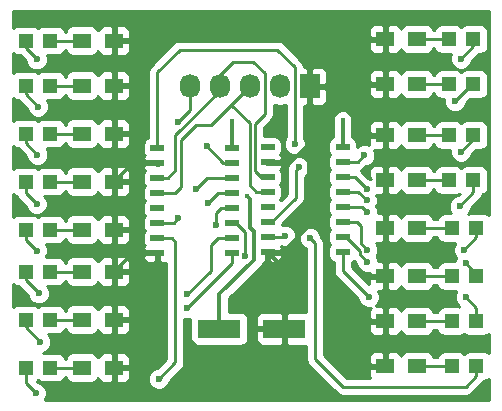
<source format=gtl>
G04 #@! TF.FileFunction,Copper,L1,Top,Signal*
%FSLAX46Y46*%
G04 Gerber Fmt 4.6, Leading zero omitted, Abs format (unit mm)*
G04 Created by KiCad (PCBNEW 4.0.1-stable) date 2016 September 18, Sunday 15:01:05*
%MOMM*%
G01*
G04 APERTURE LIST*
%ADD10C,0.100000*%
%ADD11R,1.143000X0.508000*%
%ADD12R,3.599180X1.600200*%
%ADD13R,1.198880X1.198880*%
%ADD14R,1.727200X2.032000*%
%ADD15O,1.727200X2.032000*%
%ADD16R,1.500000X1.300000*%
%ADD17C,0.400000*%
%ADD18C,0.600000*%
%ADD19C,0.380000*%
%ADD20C,0.250000*%
%ADD21C,0.254000*%
G04 APERTURE END LIST*
D10*
D11*
X136652000Y-70866000D03*
X136652000Y-68326000D03*
X136652000Y-67056000D03*
X136652000Y-65786000D03*
X136652000Y-64516000D03*
X136652000Y-63246000D03*
X136652000Y-61976000D03*
X143002000Y-61976000D03*
X143002000Y-63246000D03*
X143002000Y-64516000D03*
X143002000Y-65786000D03*
X143002000Y-67056000D03*
X143002000Y-68326000D03*
X143002000Y-69596000D03*
X143002000Y-70866000D03*
X136652000Y-69596000D03*
D12*
X138069320Y-77343000D03*
X132567680Y-77343000D03*
D13*
X118270020Y-80645000D03*
X116171980Y-80645000D03*
X118270020Y-76581000D03*
X116171980Y-76581000D03*
X118270020Y-72517000D03*
X116171980Y-72517000D03*
X118270020Y-68961000D03*
X116171980Y-68961000D03*
X118270020Y-64897000D03*
X116171980Y-64897000D03*
X118270020Y-60833000D03*
X116171980Y-60833000D03*
X118270020Y-56769000D03*
X116171980Y-56769000D03*
X118270020Y-52959000D03*
X116171980Y-52959000D03*
X152239980Y-80518000D03*
X154338020Y-80518000D03*
X152239980Y-76708000D03*
X154338020Y-76708000D03*
X152239980Y-72898000D03*
X154338020Y-72898000D03*
X152239980Y-68834000D03*
X154338020Y-68834000D03*
X151985980Y-64770000D03*
X154084020Y-64770000D03*
X151985980Y-60960000D03*
X154084020Y-60960000D03*
X151985980Y-56642000D03*
X154084020Y-56642000D03*
X151985980Y-52832000D03*
X154084020Y-52832000D03*
D14*
X140208000Y-56832500D03*
D15*
X137668000Y-56832500D03*
X135128000Y-56832500D03*
X132588000Y-56832500D03*
X130048000Y-56832500D03*
D16*
X123651000Y-80645000D03*
X120951000Y-80645000D03*
X123651000Y-76581000D03*
X120951000Y-76581000D03*
X123651000Y-72517000D03*
X120951000Y-72517000D03*
X123651000Y-68961000D03*
X120951000Y-68961000D03*
X123651000Y-64897000D03*
X120951000Y-64897000D03*
X123651000Y-60833000D03*
X120951000Y-60833000D03*
X123651000Y-56769000D03*
X120951000Y-56769000D03*
X123651000Y-52959000D03*
X120951000Y-52959000D03*
X146605000Y-80518000D03*
X149305000Y-80518000D03*
X146605000Y-76708000D03*
X149305000Y-76708000D03*
X146605000Y-72898000D03*
X149305000Y-72898000D03*
X146605000Y-68834000D03*
X149305000Y-68834000D03*
X146605000Y-64770000D03*
X149305000Y-64770000D03*
X146605000Y-60960000D03*
X149305000Y-60960000D03*
X146605000Y-56642000D03*
X149305000Y-56642000D03*
X146605000Y-52832000D03*
X149305000Y-52832000D03*
D11*
X127317500Y-70929500D03*
X127317500Y-68389500D03*
X127317500Y-67119500D03*
X127317500Y-65849500D03*
X127317500Y-64579500D03*
X127317500Y-63309500D03*
X127317500Y-62039500D03*
X133667500Y-62039500D03*
X133667500Y-63309500D03*
X133667500Y-64579500D03*
X133667500Y-65849500D03*
X133667500Y-67119500D03*
X133667500Y-68389500D03*
X133667500Y-69659500D03*
X133667500Y-70929500D03*
X127317500Y-69659500D03*
D17*
X134937500Y-66103500D03*
X143002000Y-59690000D03*
X133667500Y-59753500D03*
D18*
X127444500Y-81597500D03*
X117030500Y-82804000D03*
X129857500Y-75628500D03*
X117411500Y-78486000D03*
X129857500Y-74422000D03*
X117284500Y-74358500D03*
X134737177Y-71226296D03*
X117094000Y-70739000D03*
X132270500Y-68580000D03*
X117094000Y-66802000D03*
X131572000Y-66738500D03*
X117157500Y-62611000D03*
X130556000Y-65532000D03*
X117221000Y-58547000D03*
X131508500Y-61912500D03*
X117094000Y-54546500D03*
X138112500Y-69469000D03*
X140208000Y-69659500D03*
X145224500Y-74676000D03*
X153416000Y-74676000D03*
X153416000Y-71818500D03*
X145097500Y-71691500D03*
X145097500Y-70675500D03*
X153289000Y-70675500D03*
X145034000Y-67437000D03*
X152908000Y-66992500D03*
X153035000Y-62357000D03*
X145034000Y-66484500D03*
X152527000Y-58102500D03*
X145034000Y-65532000D03*
X144843500Y-62674500D03*
X153035000Y-54483000D03*
X129095500Y-68008500D03*
X129095500Y-59817000D03*
X139319000Y-63690500D03*
X138938000Y-61722000D03*
D19*
X140081000Y-68707000D02*
X137922000Y-70866000D01*
X137922000Y-70866000D02*
X136652000Y-70866000D01*
X140144500Y-68707000D02*
X140081000Y-68707000D01*
X140144500Y-61722000D02*
X140144500Y-68707000D01*
X123651000Y-52959000D02*
X137858500Y-52959000D01*
X137858500Y-52959000D02*
X140208000Y-55308500D01*
X138069320Y-77343000D02*
X138069320Y-72283320D01*
X138069320Y-72283320D02*
X136652000Y-70866000D01*
X123651000Y-64897000D02*
X123651000Y-68961000D01*
X123651000Y-76581000D02*
X123651000Y-80645000D01*
X123651000Y-72517000D02*
X123651000Y-76581000D01*
X123651000Y-68961000D02*
X123651000Y-72517000D01*
X127317500Y-70929500D02*
X125238500Y-70929500D01*
X125238500Y-70929500D02*
X123651000Y-72517000D01*
X123651000Y-56769000D02*
X123651000Y-52959000D01*
X123651000Y-60833000D02*
X123651000Y-56769000D01*
X123651000Y-64897000D02*
X123651000Y-60833000D01*
X127317500Y-63309500D02*
X125238500Y-63309500D01*
X125238500Y-63309500D02*
X123651000Y-64897000D01*
X146605000Y-76708000D02*
X146605000Y-80518000D01*
X146605000Y-72898000D02*
X146605000Y-76708000D01*
X146605000Y-68834000D02*
X146605000Y-72898000D01*
X146605000Y-64770000D02*
X146605000Y-68834000D01*
X146605000Y-60960000D02*
X146605000Y-64770000D01*
X146605000Y-56642000D02*
X146605000Y-60960000D01*
X146605000Y-52832000D02*
X146605000Y-56642000D01*
X140208000Y-56832500D02*
X140208000Y-55308500D01*
X142684500Y-52832000D02*
X146605000Y-52832000D01*
X140208000Y-55308500D02*
X142684500Y-52832000D01*
X140208000Y-56832500D02*
X140208000Y-61658500D01*
X138620500Y-63246000D02*
X138557000Y-63246000D01*
X138557000Y-63246000D02*
X136652000Y-63246000D01*
X140208000Y-61658500D02*
X138620500Y-63246000D01*
X135191500Y-66548000D02*
X135191500Y-66357500D01*
X132567680Y-74442320D02*
X135477178Y-71532822D01*
X135477178Y-71532822D02*
X135477178Y-69082634D01*
X135477178Y-69082634D02*
X135191500Y-68796956D01*
X135191500Y-68796956D02*
X135191500Y-66548000D01*
X132567680Y-77343000D02*
X132567680Y-74442320D01*
X135191500Y-66357500D02*
X134937500Y-66103500D01*
X143002000Y-59690000D02*
X143002000Y-61976000D01*
X133667500Y-59753500D02*
X133667500Y-62039500D01*
D20*
X120951000Y-80645000D02*
X118270020Y-80645000D01*
X116171980Y-80645000D02*
X116171980Y-81945480D01*
X128524000Y-69659500D02*
X127317500Y-69659500D01*
X128841500Y-69977000D02*
X128524000Y-69659500D01*
X128841500Y-80200500D02*
X128841500Y-69977000D01*
X127444500Y-81597500D02*
X128841500Y-80200500D01*
X116171980Y-81945480D02*
X117030500Y-82804000D01*
X120951000Y-76581000D02*
X118270020Y-76581000D01*
X116171980Y-76581000D02*
X116171980Y-77246480D01*
X133667500Y-71818500D02*
X133667500Y-70929500D01*
X129857500Y-75628500D02*
X133667500Y-71818500D01*
X116171980Y-77246480D02*
X117411500Y-78486000D01*
X120951000Y-72517000D02*
X118270020Y-72517000D01*
X116171980Y-72517000D02*
X116171980Y-73245980D01*
X132461000Y-69659500D02*
X133667500Y-69659500D01*
X131826000Y-70294500D02*
X132461000Y-69659500D01*
X131826000Y-72453500D02*
X131826000Y-70294500D01*
X129857500Y-74422000D02*
X131826000Y-72453500D01*
X116171980Y-73245980D02*
X117284500Y-74358500D01*
X120951000Y-68961000D02*
X118270020Y-68961000D01*
X134737177Y-70802032D02*
X134737177Y-71226296D01*
X134737177Y-69141677D02*
X134737177Y-70802032D01*
X133985000Y-68389500D02*
X134737177Y-69141677D01*
X133667500Y-68389500D02*
X133985000Y-68389500D01*
X116171980Y-68961000D02*
X116171980Y-69816980D01*
X116171980Y-69816980D02*
X117094000Y-70739000D01*
X120951000Y-64897000D02*
X118270020Y-64897000D01*
X116171980Y-64897000D02*
X116171980Y-65879980D01*
X132715000Y-67119500D02*
X133667500Y-67119500D01*
X132270500Y-67564000D02*
X132715000Y-67119500D01*
X132270500Y-68580000D02*
X132270500Y-67564000D01*
X116171980Y-65879980D02*
X117094000Y-66802000D01*
X120951000Y-60833000D02*
X118270020Y-60833000D01*
X116171980Y-60833000D02*
X116171980Y-61625480D01*
X132461000Y-65849500D02*
X133667500Y-65849500D01*
X131572000Y-66738500D02*
X132461000Y-65849500D01*
X116171980Y-61625480D02*
X117157500Y-62611000D01*
X120951000Y-56769000D02*
X118270020Y-56769000D01*
X116171980Y-56769000D02*
X116171980Y-57497980D01*
X131508500Y-64579500D02*
X133667500Y-64579500D01*
X130556000Y-65532000D02*
X131508500Y-64579500D01*
X116171980Y-57497980D02*
X117221000Y-58547000D01*
X120951000Y-52959000D02*
X118270020Y-52959000D01*
X116171980Y-52959000D02*
X116171980Y-53624480D01*
X132905500Y-63309500D02*
X133667500Y-63309500D01*
X131508500Y-61912500D02*
X132905500Y-63309500D01*
X116171980Y-53624480D02*
X117094000Y-54546500D01*
X149305000Y-80518000D02*
X152239980Y-80518000D01*
X140652500Y-70548500D02*
X140652500Y-70104000D01*
X137985500Y-69596000D02*
X136652000Y-69596000D01*
X138112500Y-69469000D02*
X137985500Y-69596000D01*
X140652500Y-70104000D02*
X140208000Y-69659500D01*
X140652500Y-79883000D02*
X140652500Y-70548500D01*
X140652500Y-70548500D02*
X140652500Y-70547186D01*
X143065500Y-82296000D02*
X140652500Y-79883000D01*
X153409460Y-82296000D02*
X143065500Y-82296000D01*
X154338020Y-81367440D02*
X153409460Y-82296000D01*
X154338020Y-80518000D02*
X154338020Y-81367440D01*
X149305000Y-76708000D02*
X152239980Y-76708000D01*
X154338020Y-76708000D02*
X154338020Y-75598020D01*
X143002000Y-72453500D02*
X143002000Y-70866000D01*
X145224500Y-74676000D02*
X143002000Y-72453500D01*
X154338020Y-75598020D02*
X153416000Y-74676000D01*
X149305000Y-72898000D02*
X152239980Y-72898000D01*
X145097500Y-71691500D02*
X144472499Y-71066499D01*
X144472499Y-71066499D02*
X144472499Y-70748999D01*
X144472499Y-70748999D02*
X143319500Y-69596000D01*
X143319500Y-69596000D02*
X143002000Y-69596000D01*
X154338020Y-72898000D02*
X154338020Y-72740520D01*
X154338020Y-72740520D02*
X153416000Y-71818500D01*
X149305000Y-68834000D02*
X152239980Y-68834000D01*
X144208500Y-68326000D02*
X143002000Y-68326000D01*
X144526000Y-68643500D02*
X144208500Y-68326000D01*
X144526000Y-70104000D02*
X144526000Y-68643500D01*
X145097500Y-70675500D02*
X144526000Y-70104000D01*
X154338020Y-69626480D02*
X153289000Y-70675500D01*
X154338020Y-68834000D02*
X154338020Y-69626480D01*
X149305000Y-64770000D02*
X151985980Y-64770000D01*
X154084020Y-64770000D02*
X154084020Y-65816480D01*
X144653000Y-67056000D02*
X143002000Y-67056000D01*
X145034000Y-67437000D02*
X144653000Y-67056000D01*
X154084020Y-65816480D02*
X152908000Y-66992500D01*
X149305000Y-60960000D02*
X151985980Y-60960000D01*
X154084020Y-60960000D02*
X154084020Y-61307980D01*
X154084020Y-61307980D02*
X153035000Y-62357000D01*
X145034000Y-66484500D02*
X144335500Y-65786000D01*
X144335500Y-65786000D02*
X143002000Y-65786000D01*
X149305000Y-56642000D02*
X151985980Y-56642000D01*
X154084020Y-56642000D02*
X153987500Y-56642000D01*
X153987500Y-56642000D02*
X152527000Y-58102500D01*
X145034000Y-65532000D02*
X144018000Y-64516000D01*
X144018000Y-64516000D02*
X143002000Y-64516000D01*
X149305000Y-52832000D02*
X151985980Y-52832000D01*
X154084020Y-52832000D02*
X154084020Y-53433980D01*
X144272000Y-63246000D02*
X143002000Y-63246000D01*
X144843500Y-62674500D02*
X144272000Y-63246000D01*
X154084020Y-53433980D02*
X153035000Y-54483000D01*
X133572250Y-58388250D02*
X135128000Y-59944000D01*
X135699500Y-65786000D02*
X136652000Y-65786000D01*
X135128000Y-65214500D02*
X135699500Y-65786000D01*
X135128000Y-59944000D02*
X135128000Y-65214500D01*
X135128000Y-56832500D02*
X133572250Y-58388250D01*
X133572250Y-58388250D02*
X131889500Y-60071000D01*
X128841500Y-65849500D02*
X127317500Y-65849500D01*
X129349500Y-65341500D02*
X128841500Y-65849500D01*
X129349500Y-61341000D02*
X129349500Y-65341500D01*
X130619500Y-60071000D02*
X129349500Y-61341000D01*
X131889500Y-60071000D02*
X130619500Y-60071000D01*
X136086002Y-64516000D02*
X136652000Y-64516000D01*
X135578002Y-64008000D02*
X136086002Y-64516000D01*
X135578002Y-60001998D02*
X135578002Y-64008000D01*
X136398000Y-59182000D02*
X135578002Y-60001998D01*
X136398000Y-55689500D02*
X136398000Y-59182000D01*
X135445500Y-54737000D02*
X136398000Y-55689500D01*
X133731000Y-54737000D02*
X135445500Y-54737000D01*
X132588000Y-55880000D02*
X133731000Y-54737000D01*
X132588000Y-56832500D02*
X132588000Y-55880000D01*
X128206500Y-64579500D02*
X127317500Y-64579500D01*
X128841500Y-63944500D02*
X128206500Y-64579500D01*
X128841500Y-60960000D02*
X128841500Y-63944500D01*
X132588000Y-57213500D02*
X128841500Y-60960000D01*
X132588000Y-56832500D02*
X132588000Y-57213500D01*
X130048000Y-56832500D02*
X130048000Y-58864500D01*
X128714500Y-68389500D02*
X127317500Y-68389500D01*
X129095500Y-68008500D02*
X128714500Y-68389500D01*
X130048000Y-58864500D02*
X129095500Y-59817000D01*
X139319000Y-63690500D02*
X139019001Y-63990499D01*
X139019001Y-63990499D02*
X139019001Y-66276499D01*
X139019001Y-66276499D02*
X136969500Y-68326000D01*
X136969500Y-68326000D02*
X136652000Y-68326000D01*
X127317500Y-62039500D02*
X127317500Y-55626000D01*
X138938000Y-55181500D02*
X138938000Y-61722000D01*
X137477500Y-53721000D02*
X138938000Y-55181500D01*
X129222500Y-53721000D02*
X137477500Y-53721000D01*
X127317500Y-55626000D02*
X129222500Y-53721000D01*
D21*
G36*
X155373000Y-67763612D02*
X155189350Y-67638129D01*
X154937460Y-67587120D01*
X153738580Y-67587120D01*
X153611911Y-67610955D01*
X153700192Y-67522827D01*
X153842838Y-67179299D01*
X153842879Y-67132423D01*
X154621421Y-66353881D01*
X154786168Y-66107320D01*
X154799559Y-66040000D01*
X154808851Y-65993286D01*
X154918777Y-65972602D01*
X155134901Y-65833530D01*
X155279891Y-65621330D01*
X155330900Y-65369440D01*
X155330900Y-64170560D01*
X155286622Y-63935243D01*
X155147550Y-63719119D01*
X154935350Y-63574129D01*
X154683460Y-63523120D01*
X153484580Y-63523120D01*
X153249263Y-63567398D01*
X153033139Y-63706470D01*
X153032457Y-63707467D01*
X152837310Y-63574129D01*
X152585420Y-63523120D01*
X151386540Y-63523120D01*
X151151223Y-63567398D01*
X150935099Y-63706470D01*
X150790109Y-63918670D01*
X150771614Y-64010000D01*
X150681742Y-64010000D01*
X150658162Y-63884683D01*
X150519090Y-63668559D01*
X150306890Y-63523569D01*
X150055000Y-63472560D01*
X148555000Y-63472560D01*
X148319683Y-63516838D01*
X148103559Y-63655910D01*
X147958569Y-63868110D01*
X147951809Y-63901490D01*
X147893327Y-63760301D01*
X147714698Y-63581673D01*
X147481309Y-63485000D01*
X146890750Y-63485000D01*
X146732000Y-63643750D01*
X146732000Y-64643000D01*
X146752000Y-64643000D01*
X146752000Y-64897000D01*
X146732000Y-64897000D01*
X146732000Y-65896250D01*
X146890750Y-66055000D01*
X147481309Y-66055000D01*
X147714698Y-65958327D01*
X147893327Y-65779699D01*
X147949654Y-65643713D01*
X147951838Y-65655317D01*
X148090910Y-65871441D01*
X148303110Y-66016431D01*
X148555000Y-66067440D01*
X150055000Y-66067440D01*
X150290317Y-66023162D01*
X150506441Y-65884090D01*
X150651431Y-65671890D01*
X150680164Y-65530000D01*
X150769311Y-65530000D01*
X150783378Y-65604757D01*
X150922450Y-65820881D01*
X151134650Y-65965871D01*
X151386540Y-66016880D01*
X152585420Y-66016880D01*
X152820737Y-65972602D01*
X152911501Y-65914197D01*
X152768320Y-66057378D01*
X152722833Y-66057338D01*
X152379057Y-66199383D01*
X152115808Y-66462173D01*
X151973162Y-66805701D01*
X151972838Y-67177667D01*
X152114883Y-67521443D01*
X152180445Y-67587120D01*
X151640540Y-67587120D01*
X151405223Y-67631398D01*
X151189099Y-67770470D01*
X151044109Y-67982670D01*
X151025614Y-68074000D01*
X150681742Y-68074000D01*
X150658162Y-67948683D01*
X150519090Y-67732559D01*
X150306890Y-67587569D01*
X150055000Y-67536560D01*
X148555000Y-67536560D01*
X148319683Y-67580838D01*
X148103559Y-67719910D01*
X147958569Y-67932110D01*
X147951809Y-67965490D01*
X147893327Y-67824301D01*
X147714698Y-67645673D01*
X147481309Y-67549000D01*
X146890750Y-67549000D01*
X146732000Y-67707750D01*
X146732000Y-68707000D01*
X146752000Y-68707000D01*
X146752000Y-68961000D01*
X146732000Y-68961000D01*
X146732000Y-69960250D01*
X146890750Y-70119000D01*
X147481309Y-70119000D01*
X147714698Y-70022327D01*
X147893327Y-69843699D01*
X147949654Y-69707713D01*
X147951838Y-69719317D01*
X148090910Y-69935441D01*
X148303110Y-70080431D01*
X148555000Y-70131440D01*
X150055000Y-70131440D01*
X150290317Y-70087162D01*
X150506441Y-69948090D01*
X150651431Y-69735890D01*
X150680164Y-69594000D01*
X151023311Y-69594000D01*
X151037378Y-69668757D01*
X151176450Y-69884881D01*
X151388650Y-70029871D01*
X151640540Y-70080880D01*
X152561213Y-70080880D01*
X152496808Y-70145173D01*
X152354162Y-70488701D01*
X152353838Y-70860667D01*
X152495883Y-71204443D01*
X152610782Y-71319543D01*
X152481162Y-71631701D01*
X152481145Y-71651120D01*
X151640540Y-71651120D01*
X151405223Y-71695398D01*
X151189099Y-71834470D01*
X151044109Y-72046670D01*
X151025614Y-72138000D01*
X150681742Y-72138000D01*
X150658162Y-72012683D01*
X150519090Y-71796559D01*
X150306890Y-71651569D01*
X150055000Y-71600560D01*
X148555000Y-71600560D01*
X148319683Y-71644838D01*
X148103559Y-71783910D01*
X147958569Y-71996110D01*
X147951809Y-72029490D01*
X147893327Y-71888301D01*
X147714698Y-71709673D01*
X147481309Y-71613000D01*
X146890750Y-71613000D01*
X146732000Y-71771750D01*
X146732000Y-72771000D01*
X146752000Y-72771000D01*
X146752000Y-73025000D01*
X146732000Y-73025000D01*
X146732000Y-74024250D01*
X146890750Y-74183000D01*
X147481309Y-74183000D01*
X147714698Y-74086327D01*
X147893327Y-73907699D01*
X147949654Y-73771713D01*
X147951838Y-73783317D01*
X148090910Y-73999441D01*
X148303110Y-74144431D01*
X148555000Y-74195440D01*
X150055000Y-74195440D01*
X150290317Y-74151162D01*
X150506441Y-74012090D01*
X150651431Y-73799890D01*
X150680164Y-73658000D01*
X151023311Y-73658000D01*
X151037378Y-73732757D01*
X151176450Y-73948881D01*
X151388650Y-74093871D01*
X151640540Y-74144880D01*
X152624602Y-74144880D01*
X152623808Y-74145673D01*
X152481162Y-74489201D01*
X152480838Y-74861167D01*
X152622883Y-75204943D01*
X152885673Y-75468192D01*
X152896459Y-75472671D01*
X152839420Y-75461120D01*
X151640540Y-75461120D01*
X151405223Y-75505398D01*
X151189099Y-75644470D01*
X151044109Y-75856670D01*
X151025614Y-75948000D01*
X150681742Y-75948000D01*
X150658162Y-75822683D01*
X150519090Y-75606559D01*
X150306890Y-75461569D01*
X150055000Y-75410560D01*
X148555000Y-75410560D01*
X148319683Y-75454838D01*
X148103559Y-75593910D01*
X147958569Y-75806110D01*
X147951809Y-75839490D01*
X147893327Y-75698301D01*
X147714698Y-75519673D01*
X147481309Y-75423000D01*
X146890750Y-75423000D01*
X146732000Y-75581750D01*
X146732000Y-76581000D01*
X146752000Y-76581000D01*
X146752000Y-76835000D01*
X146732000Y-76835000D01*
X146732000Y-77834250D01*
X146890750Y-77993000D01*
X147481309Y-77993000D01*
X147714698Y-77896327D01*
X147893327Y-77717699D01*
X147949654Y-77581713D01*
X147951838Y-77593317D01*
X148090910Y-77809441D01*
X148303110Y-77954431D01*
X148555000Y-78005440D01*
X150055000Y-78005440D01*
X150290317Y-77961162D01*
X150506441Y-77822090D01*
X150651431Y-77609890D01*
X150680164Y-77468000D01*
X151023311Y-77468000D01*
X151037378Y-77542757D01*
X151176450Y-77758881D01*
X151388650Y-77903871D01*
X151640540Y-77954880D01*
X152839420Y-77954880D01*
X153074737Y-77910602D01*
X153290861Y-77771530D01*
X153291543Y-77770533D01*
X153486690Y-77903871D01*
X153738580Y-77954880D01*
X154937460Y-77954880D01*
X155172777Y-77910602D01*
X155373000Y-77781762D01*
X155373000Y-79447612D01*
X155189350Y-79322129D01*
X154937460Y-79271120D01*
X153738580Y-79271120D01*
X153503263Y-79315398D01*
X153287139Y-79454470D01*
X153286457Y-79455467D01*
X153091310Y-79322129D01*
X152839420Y-79271120D01*
X151640540Y-79271120D01*
X151405223Y-79315398D01*
X151189099Y-79454470D01*
X151044109Y-79666670D01*
X151025614Y-79758000D01*
X150681742Y-79758000D01*
X150658162Y-79632683D01*
X150519090Y-79416559D01*
X150306890Y-79271569D01*
X150055000Y-79220560D01*
X148555000Y-79220560D01*
X148319683Y-79264838D01*
X148103559Y-79403910D01*
X147958569Y-79616110D01*
X147951809Y-79649490D01*
X147893327Y-79508301D01*
X147714698Y-79329673D01*
X147481309Y-79233000D01*
X146890750Y-79233000D01*
X146732000Y-79391750D01*
X146732000Y-80391000D01*
X146752000Y-80391000D01*
X146752000Y-80645000D01*
X146732000Y-80645000D01*
X146732000Y-80665000D01*
X146478000Y-80665000D01*
X146478000Y-80645000D01*
X145378750Y-80645000D01*
X145220000Y-80803750D01*
X145220000Y-81294310D01*
X145316673Y-81527699D01*
X145324974Y-81536000D01*
X143380302Y-81536000D01*
X141585992Y-79741690D01*
X145220000Y-79741690D01*
X145220000Y-80232250D01*
X145378750Y-80391000D01*
X146478000Y-80391000D01*
X146478000Y-79391750D01*
X146319250Y-79233000D01*
X145728691Y-79233000D01*
X145495302Y-79329673D01*
X145316673Y-79508301D01*
X145220000Y-79741690D01*
X141585992Y-79741690D01*
X141412500Y-79568198D01*
X141412500Y-76993750D01*
X145220000Y-76993750D01*
X145220000Y-77484310D01*
X145316673Y-77717699D01*
X145495302Y-77896327D01*
X145728691Y-77993000D01*
X146319250Y-77993000D01*
X146478000Y-77834250D01*
X146478000Y-76835000D01*
X145378750Y-76835000D01*
X145220000Y-76993750D01*
X141412500Y-76993750D01*
X141412500Y-70104000D01*
X141354648Y-69813161D01*
X141189901Y-69566599D01*
X141143122Y-69519820D01*
X141143162Y-69474333D01*
X141001117Y-69130557D01*
X140738327Y-68867308D01*
X140394799Y-68724662D01*
X140022833Y-68724338D01*
X139679057Y-68866383D01*
X139415808Y-69129173D01*
X139273162Y-69472701D01*
X139272838Y-69844667D01*
X139414883Y-70188443D01*
X139677673Y-70451692D01*
X139892500Y-70540896D01*
X139892500Y-75907900D01*
X138355070Y-75907900D01*
X138196320Y-76066650D01*
X138196320Y-77216000D01*
X138216320Y-77216000D01*
X138216320Y-77470000D01*
X138196320Y-77470000D01*
X138196320Y-78619350D01*
X138355070Y-78778100D01*
X139892500Y-78778100D01*
X139892500Y-79883000D01*
X139950352Y-80173839D01*
X140115099Y-80420401D01*
X142528099Y-82833401D01*
X142774660Y-82998148D01*
X143065500Y-83056000D01*
X153409460Y-83056000D01*
X153700299Y-82998148D01*
X153946861Y-82833401D01*
X154875421Y-81904841D01*
X154973467Y-81758105D01*
X155172777Y-81720602D01*
X155373000Y-81591762D01*
X155373000Y-83364000D01*
X117792967Y-83364000D01*
X117822692Y-83334327D01*
X117965338Y-82990799D01*
X117965662Y-82618833D01*
X117823617Y-82275057D01*
X117560827Y-82011808D01*
X117217299Y-81869162D01*
X117170423Y-81869121D01*
X117093241Y-81791939D01*
X117222861Y-81708530D01*
X117223543Y-81707533D01*
X117418690Y-81840871D01*
X117670580Y-81891880D01*
X118869460Y-81891880D01*
X119104777Y-81847602D01*
X119320901Y-81708530D01*
X119465891Y-81496330D01*
X119484386Y-81405000D01*
X119574258Y-81405000D01*
X119597838Y-81530317D01*
X119736910Y-81746441D01*
X119949110Y-81891431D01*
X120201000Y-81942440D01*
X121701000Y-81942440D01*
X121936317Y-81898162D01*
X122152441Y-81759090D01*
X122297431Y-81546890D01*
X122304191Y-81513510D01*
X122362673Y-81654699D01*
X122541302Y-81833327D01*
X122774691Y-81930000D01*
X123365250Y-81930000D01*
X123524000Y-81771250D01*
X123524000Y-80772000D01*
X123778000Y-80772000D01*
X123778000Y-81771250D01*
X123936750Y-81930000D01*
X124527309Y-81930000D01*
X124760698Y-81833327D01*
X124939327Y-81654699D01*
X125036000Y-81421310D01*
X125036000Y-80930750D01*
X124877250Y-80772000D01*
X123778000Y-80772000D01*
X123524000Y-80772000D01*
X123504000Y-80772000D01*
X123504000Y-80518000D01*
X123524000Y-80518000D01*
X123524000Y-79518750D01*
X123778000Y-79518750D01*
X123778000Y-80518000D01*
X124877250Y-80518000D01*
X125036000Y-80359250D01*
X125036000Y-79868690D01*
X124939327Y-79635301D01*
X124760698Y-79456673D01*
X124527309Y-79360000D01*
X123936750Y-79360000D01*
X123778000Y-79518750D01*
X123524000Y-79518750D01*
X123365250Y-79360000D01*
X122774691Y-79360000D01*
X122541302Y-79456673D01*
X122362673Y-79635301D01*
X122306346Y-79771287D01*
X122304162Y-79759683D01*
X122165090Y-79543559D01*
X121952890Y-79398569D01*
X121701000Y-79347560D01*
X120201000Y-79347560D01*
X119965683Y-79391838D01*
X119749559Y-79530910D01*
X119604569Y-79743110D01*
X119575836Y-79885000D01*
X119486689Y-79885000D01*
X119472622Y-79810243D01*
X119333550Y-79594119D01*
X119121350Y-79449129D01*
X118869460Y-79398120D01*
X117670580Y-79398120D01*
X117637259Y-79404390D01*
X117940443Y-79279117D01*
X118203692Y-79016327D01*
X118346338Y-78672799D01*
X118346662Y-78300833D01*
X118204617Y-77957057D01*
X118075665Y-77827880D01*
X118869460Y-77827880D01*
X119104777Y-77783602D01*
X119320901Y-77644530D01*
X119465891Y-77432330D01*
X119484386Y-77341000D01*
X119574258Y-77341000D01*
X119597838Y-77466317D01*
X119736910Y-77682441D01*
X119949110Y-77827431D01*
X120201000Y-77878440D01*
X121701000Y-77878440D01*
X121936317Y-77834162D01*
X122152441Y-77695090D01*
X122297431Y-77482890D01*
X122304191Y-77449510D01*
X122362673Y-77590699D01*
X122541302Y-77769327D01*
X122774691Y-77866000D01*
X123365250Y-77866000D01*
X123524000Y-77707250D01*
X123524000Y-76708000D01*
X123778000Y-76708000D01*
X123778000Y-77707250D01*
X123936750Y-77866000D01*
X124527309Y-77866000D01*
X124760698Y-77769327D01*
X124939327Y-77590699D01*
X125036000Y-77357310D01*
X125036000Y-76866750D01*
X124877250Y-76708000D01*
X123778000Y-76708000D01*
X123524000Y-76708000D01*
X123504000Y-76708000D01*
X123504000Y-76454000D01*
X123524000Y-76454000D01*
X123524000Y-75454750D01*
X123778000Y-75454750D01*
X123778000Y-76454000D01*
X124877250Y-76454000D01*
X125036000Y-76295250D01*
X125036000Y-75804690D01*
X124939327Y-75571301D01*
X124760698Y-75392673D01*
X124527309Y-75296000D01*
X123936750Y-75296000D01*
X123778000Y-75454750D01*
X123524000Y-75454750D01*
X123365250Y-75296000D01*
X122774691Y-75296000D01*
X122541302Y-75392673D01*
X122362673Y-75571301D01*
X122306346Y-75707287D01*
X122304162Y-75695683D01*
X122165090Y-75479559D01*
X121952890Y-75334569D01*
X121701000Y-75283560D01*
X120201000Y-75283560D01*
X119965683Y-75327838D01*
X119749559Y-75466910D01*
X119604569Y-75679110D01*
X119575836Y-75821000D01*
X119486689Y-75821000D01*
X119472622Y-75746243D01*
X119333550Y-75530119D01*
X119121350Y-75385129D01*
X118869460Y-75334120D01*
X117670580Y-75334120D01*
X117435263Y-75378398D01*
X117219139Y-75517470D01*
X117218457Y-75518467D01*
X117023310Y-75385129D01*
X116771420Y-75334120D01*
X115572540Y-75334120D01*
X115337223Y-75378398D01*
X115137000Y-75507238D01*
X115137000Y-73587388D01*
X115320650Y-73712871D01*
X115572540Y-73763880D01*
X115621549Y-73763880D01*
X115634579Y-73783381D01*
X116349378Y-74498180D01*
X116349338Y-74543667D01*
X116491383Y-74887443D01*
X116754173Y-75150692D01*
X117097701Y-75293338D01*
X117469667Y-75293662D01*
X117813443Y-75151617D01*
X118076692Y-74888827D01*
X118219338Y-74545299D01*
X118219662Y-74173333D01*
X118077617Y-73829557D01*
X118012055Y-73763880D01*
X118869460Y-73763880D01*
X119104777Y-73719602D01*
X119320901Y-73580530D01*
X119465891Y-73368330D01*
X119484386Y-73277000D01*
X119574258Y-73277000D01*
X119597838Y-73402317D01*
X119736910Y-73618441D01*
X119949110Y-73763431D01*
X120201000Y-73814440D01*
X121701000Y-73814440D01*
X121936317Y-73770162D01*
X122152441Y-73631090D01*
X122297431Y-73418890D01*
X122304191Y-73385510D01*
X122362673Y-73526699D01*
X122541302Y-73705327D01*
X122774691Y-73802000D01*
X123365250Y-73802000D01*
X123524000Y-73643250D01*
X123524000Y-72644000D01*
X123778000Y-72644000D01*
X123778000Y-73643250D01*
X123936750Y-73802000D01*
X124527309Y-73802000D01*
X124760698Y-73705327D01*
X124939327Y-73526699D01*
X125036000Y-73293310D01*
X125036000Y-72802750D01*
X124877250Y-72644000D01*
X123778000Y-72644000D01*
X123524000Y-72644000D01*
X123504000Y-72644000D01*
X123504000Y-72390000D01*
X123524000Y-72390000D01*
X123524000Y-71390750D01*
X123778000Y-71390750D01*
X123778000Y-72390000D01*
X124877250Y-72390000D01*
X125036000Y-72231250D01*
X125036000Y-71740690D01*
X124939327Y-71507301D01*
X124760698Y-71328673D01*
X124527309Y-71232000D01*
X123936750Y-71232000D01*
X123778000Y-71390750D01*
X123524000Y-71390750D01*
X123365250Y-71232000D01*
X122774691Y-71232000D01*
X122541302Y-71328673D01*
X122362673Y-71507301D01*
X122306346Y-71643287D01*
X122304162Y-71631683D01*
X122165090Y-71415559D01*
X121952890Y-71270569D01*
X121701000Y-71219560D01*
X120201000Y-71219560D01*
X119965683Y-71263838D01*
X119749559Y-71402910D01*
X119604569Y-71615110D01*
X119575836Y-71757000D01*
X119486689Y-71757000D01*
X119472622Y-71682243D01*
X119333550Y-71466119D01*
X119121350Y-71321129D01*
X118869460Y-71270120D01*
X117885398Y-71270120D01*
X117886192Y-71269327D01*
X117908646Y-71215250D01*
X126111000Y-71215250D01*
X126111000Y-71309809D01*
X126207673Y-71543198D01*
X126386301Y-71721827D01*
X126619690Y-71818500D01*
X127031750Y-71818500D01*
X127190500Y-71659750D01*
X127190500Y-71056500D01*
X126269750Y-71056500D01*
X126111000Y-71215250D01*
X117908646Y-71215250D01*
X118028838Y-70925799D01*
X118029162Y-70553833D01*
X117887117Y-70210057D01*
X117884944Y-70207880D01*
X118869460Y-70207880D01*
X119104777Y-70163602D01*
X119320901Y-70024530D01*
X119465891Y-69812330D01*
X119484386Y-69721000D01*
X119574258Y-69721000D01*
X119597838Y-69846317D01*
X119736910Y-70062441D01*
X119949110Y-70207431D01*
X120201000Y-70258440D01*
X121701000Y-70258440D01*
X121936317Y-70214162D01*
X122152441Y-70075090D01*
X122297431Y-69862890D01*
X122304191Y-69829510D01*
X122362673Y-69970699D01*
X122541302Y-70149327D01*
X122774691Y-70246000D01*
X123365250Y-70246000D01*
X123524000Y-70087250D01*
X123524000Y-69088000D01*
X123778000Y-69088000D01*
X123778000Y-70087250D01*
X123936750Y-70246000D01*
X124527309Y-70246000D01*
X124760698Y-70149327D01*
X124939327Y-69970699D01*
X125036000Y-69737310D01*
X125036000Y-69246750D01*
X124877250Y-69088000D01*
X123778000Y-69088000D01*
X123524000Y-69088000D01*
X123504000Y-69088000D01*
X123504000Y-68834000D01*
X123524000Y-68834000D01*
X123524000Y-67834750D01*
X123778000Y-67834750D01*
X123778000Y-68834000D01*
X124877250Y-68834000D01*
X125036000Y-68675250D01*
X125036000Y-68184690D01*
X124939327Y-67951301D01*
X124760698Y-67772673D01*
X124527309Y-67676000D01*
X123936750Y-67676000D01*
X123778000Y-67834750D01*
X123524000Y-67834750D01*
X123365250Y-67676000D01*
X122774691Y-67676000D01*
X122541302Y-67772673D01*
X122362673Y-67951301D01*
X122306346Y-68087287D01*
X122304162Y-68075683D01*
X122165090Y-67859559D01*
X121952890Y-67714569D01*
X121701000Y-67663560D01*
X120201000Y-67663560D01*
X119965683Y-67707838D01*
X119749559Y-67846910D01*
X119604569Y-68059110D01*
X119575836Y-68201000D01*
X119486689Y-68201000D01*
X119472622Y-68126243D01*
X119333550Y-67910119D01*
X119121350Y-67765129D01*
X118869460Y-67714120D01*
X117670580Y-67714120D01*
X117435263Y-67758398D01*
X117219139Y-67897470D01*
X117218457Y-67898467D01*
X117023310Y-67765129D01*
X116771420Y-67714120D01*
X115572540Y-67714120D01*
X115337223Y-67758398D01*
X115137000Y-67887238D01*
X115137000Y-65967388D01*
X115320650Y-66092871D01*
X115459938Y-66121077D01*
X115469832Y-66170819D01*
X115634579Y-66417381D01*
X116158878Y-66941680D01*
X116158838Y-66987167D01*
X116300883Y-67330943D01*
X116563673Y-67594192D01*
X116907201Y-67736838D01*
X117279167Y-67737162D01*
X117622943Y-67595117D01*
X117886192Y-67332327D01*
X118028838Y-66988799D01*
X118029162Y-66616833D01*
X117887117Y-66273057D01*
X117758165Y-66143880D01*
X118869460Y-66143880D01*
X119104777Y-66099602D01*
X119320901Y-65960530D01*
X119465891Y-65748330D01*
X119484386Y-65657000D01*
X119574258Y-65657000D01*
X119597838Y-65782317D01*
X119736910Y-65998441D01*
X119949110Y-66143431D01*
X120201000Y-66194440D01*
X121701000Y-66194440D01*
X121936317Y-66150162D01*
X122152441Y-66011090D01*
X122297431Y-65798890D01*
X122304191Y-65765510D01*
X122362673Y-65906699D01*
X122541302Y-66085327D01*
X122774691Y-66182000D01*
X123365250Y-66182000D01*
X123524000Y-66023250D01*
X123524000Y-65024000D01*
X123778000Y-65024000D01*
X123778000Y-66023250D01*
X123936750Y-66182000D01*
X124527309Y-66182000D01*
X124760698Y-66085327D01*
X124939327Y-65906699D01*
X125036000Y-65673310D01*
X125036000Y-65182750D01*
X124877250Y-65024000D01*
X123778000Y-65024000D01*
X123524000Y-65024000D01*
X123504000Y-65024000D01*
X123504000Y-64770000D01*
X123524000Y-64770000D01*
X123524000Y-63770750D01*
X123778000Y-63770750D01*
X123778000Y-64770000D01*
X124877250Y-64770000D01*
X125036000Y-64611250D01*
X125036000Y-64120690D01*
X124939327Y-63887301D01*
X124760698Y-63708673D01*
X124527309Y-63612000D01*
X123936750Y-63612000D01*
X123778000Y-63770750D01*
X123524000Y-63770750D01*
X123365250Y-63612000D01*
X122774691Y-63612000D01*
X122541302Y-63708673D01*
X122362673Y-63887301D01*
X122306346Y-64023287D01*
X122304162Y-64011683D01*
X122165090Y-63795559D01*
X121952890Y-63650569D01*
X121701000Y-63599560D01*
X120201000Y-63599560D01*
X119965683Y-63643838D01*
X119749559Y-63782910D01*
X119604569Y-63995110D01*
X119575836Y-64137000D01*
X119486689Y-64137000D01*
X119472622Y-64062243D01*
X119333550Y-63846119D01*
X119121350Y-63701129D01*
X118869460Y-63650120D01*
X117670580Y-63650120D01*
X117435263Y-63694398D01*
X117219139Y-63833470D01*
X117218457Y-63834467D01*
X117023310Y-63701129D01*
X116771420Y-63650120D01*
X115572540Y-63650120D01*
X115337223Y-63694398D01*
X115137000Y-63823238D01*
X115137000Y-61903388D01*
X115320650Y-62028871D01*
X115572540Y-62079880D01*
X115579120Y-62079880D01*
X115634579Y-62162881D01*
X116222378Y-62750680D01*
X116222338Y-62796167D01*
X116364383Y-63139943D01*
X116627173Y-63403192D01*
X116970701Y-63545838D01*
X117342667Y-63546162D01*
X117686443Y-63404117D01*
X117949692Y-63141327D01*
X118092338Y-62797799D01*
X118092662Y-62425833D01*
X117950617Y-62082057D01*
X117948444Y-62079880D01*
X118869460Y-62079880D01*
X119104777Y-62035602D01*
X119320901Y-61896530D01*
X119465891Y-61684330D01*
X119484386Y-61593000D01*
X119574258Y-61593000D01*
X119597838Y-61718317D01*
X119736910Y-61934441D01*
X119949110Y-62079431D01*
X120201000Y-62130440D01*
X121701000Y-62130440D01*
X121936317Y-62086162D01*
X122152441Y-61947090D01*
X122297431Y-61734890D01*
X122304191Y-61701510D01*
X122362673Y-61842699D01*
X122541302Y-62021327D01*
X122774691Y-62118000D01*
X123365250Y-62118000D01*
X123524000Y-61959250D01*
X123524000Y-60960000D01*
X123778000Y-60960000D01*
X123778000Y-61959250D01*
X123936750Y-62118000D01*
X124527309Y-62118000D01*
X124760698Y-62021327D01*
X124939327Y-61842699D01*
X124963019Y-61785500D01*
X126098560Y-61785500D01*
X126098560Y-62293500D01*
X126142838Y-62528817D01*
X126233604Y-62669871D01*
X126207673Y-62695802D01*
X126111000Y-62929191D01*
X126111000Y-63023750D01*
X126269750Y-63182500D01*
X127190500Y-63182500D01*
X127190500Y-63162500D01*
X127444500Y-63162500D01*
X127444500Y-63182500D01*
X127464500Y-63182500D01*
X127464500Y-63436500D01*
X127444500Y-63436500D01*
X127444500Y-63456500D01*
X127190500Y-63456500D01*
X127190500Y-63436500D01*
X126269750Y-63436500D01*
X126111000Y-63595250D01*
X126111000Y-63689809D01*
X126207673Y-63923198D01*
X126234209Y-63949735D01*
X126149569Y-64073610D01*
X126098560Y-64325500D01*
X126098560Y-64833500D01*
X126142838Y-65068817D01*
X126237166Y-65215407D01*
X126149569Y-65343610D01*
X126098560Y-65595500D01*
X126098560Y-66103500D01*
X126142838Y-66338817D01*
X126237166Y-66485407D01*
X126149569Y-66613610D01*
X126098560Y-66865500D01*
X126098560Y-67373500D01*
X126142838Y-67608817D01*
X126237166Y-67755407D01*
X126149569Y-67883610D01*
X126098560Y-68135500D01*
X126098560Y-68643500D01*
X126142838Y-68878817D01*
X126237166Y-69025407D01*
X126149569Y-69153610D01*
X126098560Y-69405500D01*
X126098560Y-69913500D01*
X126142838Y-70148817D01*
X126233604Y-70289871D01*
X126207673Y-70315802D01*
X126111000Y-70549191D01*
X126111000Y-70643750D01*
X126269750Y-70802500D01*
X127190500Y-70802500D01*
X127190500Y-70782500D01*
X127444500Y-70782500D01*
X127444500Y-70802500D01*
X127464500Y-70802500D01*
X127464500Y-71056500D01*
X127444500Y-71056500D01*
X127444500Y-71659750D01*
X127603250Y-71818500D01*
X128015310Y-71818500D01*
X128081500Y-71791083D01*
X128081500Y-79885698D01*
X127304820Y-80662378D01*
X127259333Y-80662338D01*
X126915557Y-80804383D01*
X126652308Y-81067173D01*
X126509662Y-81410701D01*
X126509338Y-81782667D01*
X126651383Y-82126443D01*
X126914173Y-82389692D01*
X127257701Y-82532338D01*
X127629667Y-82532662D01*
X127973443Y-82390617D01*
X128236692Y-82127827D01*
X128379338Y-81784299D01*
X128379379Y-81737423D01*
X129378901Y-80737901D01*
X129543648Y-80491340D01*
X129601500Y-80200500D01*
X129601500Y-76534603D01*
X129670701Y-76563338D01*
X130042667Y-76563662D01*
X130123183Y-76530394D01*
X130120650Y-76542900D01*
X130120650Y-78143100D01*
X130164928Y-78378417D01*
X130304000Y-78594541D01*
X130516200Y-78739531D01*
X130768090Y-78790540D01*
X134367270Y-78790540D01*
X134602587Y-78746262D01*
X134818711Y-78607190D01*
X134963701Y-78394990D01*
X135014710Y-78143100D01*
X135014710Y-77628750D01*
X135634730Y-77628750D01*
X135634730Y-78269410D01*
X135731403Y-78502799D01*
X135910032Y-78681427D01*
X136143421Y-78778100D01*
X137783570Y-78778100D01*
X137942320Y-78619350D01*
X137942320Y-77470000D01*
X135793480Y-77470000D01*
X135634730Y-77628750D01*
X135014710Y-77628750D01*
X135014710Y-76542900D01*
X134990944Y-76416590D01*
X135634730Y-76416590D01*
X135634730Y-77057250D01*
X135793480Y-77216000D01*
X137942320Y-77216000D01*
X137942320Y-76066650D01*
X137783570Y-75907900D01*
X136143421Y-75907900D01*
X135910032Y-76004573D01*
X135731403Y-76183201D01*
X135634730Y-76416590D01*
X134990944Y-76416590D01*
X134970432Y-76307583D01*
X134831360Y-76091459D01*
X134619160Y-75946469D01*
X134367270Y-75895460D01*
X133392680Y-75895460D01*
X133392680Y-74784046D01*
X136060541Y-72116185D01*
X136239379Y-71848536D01*
X136257984Y-71755000D01*
X136366250Y-71755000D01*
X136525000Y-71596250D01*
X136525000Y-70993000D01*
X136779000Y-70993000D01*
X136779000Y-71596250D01*
X136937750Y-71755000D01*
X137349810Y-71755000D01*
X137583199Y-71658327D01*
X137761827Y-71479698D01*
X137858500Y-71246309D01*
X137858500Y-71151750D01*
X137699750Y-70993000D01*
X136779000Y-70993000D01*
X136525000Y-70993000D01*
X136505000Y-70993000D01*
X136505000Y-70739000D01*
X136525000Y-70739000D01*
X136525000Y-70719000D01*
X136779000Y-70719000D01*
X136779000Y-70739000D01*
X137699750Y-70739000D01*
X137858500Y-70580250D01*
X137858500Y-70485691D01*
X137804780Y-70356000D01*
X137810495Y-70356000D01*
X137925701Y-70403838D01*
X138297667Y-70404162D01*
X138641443Y-70262117D01*
X138904692Y-69999327D01*
X139047338Y-69655799D01*
X139047662Y-69283833D01*
X138905617Y-68940057D01*
X138642827Y-68676808D01*
X138299299Y-68534162D01*
X137927333Y-68533838D01*
X137870940Y-68557139D01*
X137870940Y-68499362D01*
X139556402Y-66813900D01*
X139721149Y-66567338D01*
X139779001Y-66276499D01*
X139779001Y-64512103D01*
X139847943Y-64483617D01*
X140111192Y-64220827D01*
X140253838Y-63877299D01*
X140254162Y-63505333D01*
X140112117Y-63161557D01*
X139849327Y-62898308D01*
X139505799Y-62755662D01*
X139133833Y-62755338D01*
X138790057Y-62897383D01*
X138526808Y-63160173D01*
X138384162Y-63503701D01*
X138384079Y-63599049D01*
X138316853Y-63699660D01*
X138259001Y-63990499D01*
X138259001Y-65961697D01*
X137759064Y-66461634D01*
X137732334Y-66420093D01*
X137819931Y-66291890D01*
X137870940Y-66040000D01*
X137870940Y-65532000D01*
X137826662Y-65296683D01*
X137732334Y-65150093D01*
X137819931Y-65021890D01*
X137870940Y-64770000D01*
X137870940Y-64262000D01*
X137826662Y-64026683D01*
X137735896Y-63885629D01*
X137761827Y-63859698D01*
X137858500Y-63626309D01*
X137858500Y-63531750D01*
X137699750Y-63373000D01*
X136779000Y-63373000D01*
X136779000Y-63393000D01*
X136525000Y-63393000D01*
X136525000Y-63373000D01*
X136505000Y-63373000D01*
X136505000Y-63119000D01*
X136525000Y-63119000D01*
X136525000Y-63099000D01*
X136779000Y-63099000D01*
X136779000Y-63119000D01*
X137699750Y-63119000D01*
X137858500Y-62960250D01*
X137858500Y-62865691D01*
X137761827Y-62632302D01*
X137735291Y-62605765D01*
X137819931Y-62481890D01*
X137870940Y-62230000D01*
X137870940Y-61722000D01*
X137826662Y-61486683D01*
X137687590Y-61270559D01*
X137475390Y-61125569D01*
X137223500Y-61074560D01*
X136338002Y-61074560D01*
X136338002Y-60316800D01*
X136935401Y-59719401D01*
X137100148Y-59472840D01*
X137158000Y-59182000D01*
X137158000Y-58414400D01*
X137668000Y-58515845D01*
X138178000Y-58414400D01*
X138178000Y-61159537D01*
X138145808Y-61191673D01*
X138003162Y-61535201D01*
X138002838Y-61907167D01*
X138144883Y-62250943D01*
X138407673Y-62514192D01*
X138751201Y-62656838D01*
X139123167Y-62657162D01*
X139466943Y-62515117D01*
X139730192Y-62252327D01*
X139872838Y-61908799D01*
X139873000Y-61722000D01*
X141783060Y-61722000D01*
X141783060Y-62230000D01*
X141827338Y-62465317D01*
X141921666Y-62611907D01*
X141834069Y-62740110D01*
X141783060Y-62992000D01*
X141783060Y-63500000D01*
X141827338Y-63735317D01*
X141921666Y-63881907D01*
X141834069Y-64010110D01*
X141783060Y-64262000D01*
X141783060Y-64770000D01*
X141827338Y-65005317D01*
X141921666Y-65151907D01*
X141834069Y-65280110D01*
X141783060Y-65532000D01*
X141783060Y-66040000D01*
X141827338Y-66275317D01*
X141921666Y-66421907D01*
X141834069Y-66550110D01*
X141783060Y-66802000D01*
X141783060Y-67310000D01*
X141827338Y-67545317D01*
X141921666Y-67691907D01*
X141834069Y-67820110D01*
X141783060Y-68072000D01*
X141783060Y-68580000D01*
X141827338Y-68815317D01*
X141921666Y-68961907D01*
X141834069Y-69090110D01*
X141783060Y-69342000D01*
X141783060Y-69850000D01*
X141827338Y-70085317D01*
X141921666Y-70231907D01*
X141834069Y-70360110D01*
X141783060Y-70612000D01*
X141783060Y-71120000D01*
X141827338Y-71355317D01*
X141966410Y-71571441D01*
X142178610Y-71716431D01*
X142242000Y-71729268D01*
X142242000Y-72453500D01*
X142299852Y-72744339D01*
X142464599Y-72990901D01*
X144289378Y-74815680D01*
X144289338Y-74861167D01*
X144431383Y-75204943D01*
X144694173Y-75468192D01*
X145037701Y-75610838D01*
X145403818Y-75611157D01*
X145316673Y-75698301D01*
X145220000Y-75931690D01*
X145220000Y-76422250D01*
X145378750Y-76581000D01*
X146478000Y-76581000D01*
X146478000Y-75581750D01*
X146319250Y-75423000D01*
X145799641Y-75423000D01*
X146016692Y-75206327D01*
X146159338Y-74862799D01*
X146159662Y-74490833D01*
X146032468Y-74183000D01*
X146319250Y-74183000D01*
X146478000Y-74024250D01*
X146478000Y-73025000D01*
X145378750Y-73025000D01*
X145220000Y-73183750D01*
X145220000Y-73596698D01*
X143762000Y-72138698D01*
X143762000Y-71731971D01*
X143808817Y-71723162D01*
X143958221Y-71627023D01*
X144162378Y-71831180D01*
X144162338Y-71876667D01*
X144304383Y-72220443D01*
X144567173Y-72483692D01*
X144910701Y-72626338D01*
X145234370Y-72626620D01*
X145378750Y-72771000D01*
X146478000Y-72771000D01*
X146478000Y-71771750D01*
X146319250Y-71613000D01*
X146032569Y-71613000D01*
X146032662Y-71506333D01*
X145899117Y-71183129D01*
X146032338Y-70862299D01*
X146032662Y-70490333D01*
X145890617Y-70146557D01*
X145863108Y-70119000D01*
X146319250Y-70119000D01*
X146478000Y-69960250D01*
X146478000Y-68961000D01*
X146458000Y-68961000D01*
X146458000Y-68707000D01*
X146478000Y-68707000D01*
X146478000Y-67707750D01*
X146319250Y-67549000D01*
X145968903Y-67549000D01*
X145969162Y-67251833D01*
X145848768Y-66960457D01*
X145968838Y-66671299D01*
X145969162Y-66299333D01*
X145868206Y-66055000D01*
X146319250Y-66055000D01*
X146478000Y-65896250D01*
X146478000Y-64897000D01*
X146458000Y-64897000D01*
X146458000Y-64643000D01*
X146478000Y-64643000D01*
X146478000Y-63643750D01*
X146319250Y-63485000D01*
X145728691Y-63485000D01*
X145495302Y-63581673D01*
X145316673Y-63760301D01*
X145220000Y-63993690D01*
X145220000Y-64484250D01*
X145378748Y-64642998D01*
X145331184Y-64642998D01*
X145220799Y-64597162D01*
X145173923Y-64597121D01*
X144555401Y-63978599D01*
X144521989Y-63956274D01*
X144562839Y-63948148D01*
X144809401Y-63783401D01*
X144983180Y-63609622D01*
X145028667Y-63609662D01*
X145372443Y-63467617D01*
X145635692Y-63204827D01*
X145778338Y-62861299D01*
X145778662Y-62489333D01*
X145667178Y-62219520D01*
X145728691Y-62245000D01*
X146319250Y-62245000D01*
X146478000Y-62086250D01*
X146478000Y-61087000D01*
X145378750Y-61087000D01*
X145220000Y-61245750D01*
X145220000Y-61736310D01*
X145261083Y-61835492D01*
X145030299Y-61739662D01*
X144658333Y-61739338D01*
X144314557Y-61881383D01*
X144220940Y-61974837D01*
X144220940Y-61722000D01*
X144176662Y-61486683D01*
X144037590Y-61270559D01*
X143827000Y-61126669D01*
X143827000Y-60183690D01*
X145220000Y-60183690D01*
X145220000Y-60674250D01*
X145378750Y-60833000D01*
X146478000Y-60833000D01*
X146478000Y-59833750D01*
X146732000Y-59833750D01*
X146732000Y-60833000D01*
X146752000Y-60833000D01*
X146752000Y-61087000D01*
X146732000Y-61087000D01*
X146732000Y-62086250D01*
X146890750Y-62245000D01*
X147481309Y-62245000D01*
X147714698Y-62148327D01*
X147893327Y-61969699D01*
X147949654Y-61833713D01*
X147951838Y-61845317D01*
X148090910Y-62061441D01*
X148303110Y-62206431D01*
X148555000Y-62257440D01*
X150055000Y-62257440D01*
X150290317Y-62213162D01*
X150506441Y-62074090D01*
X150651431Y-61861890D01*
X150680164Y-61720000D01*
X150769311Y-61720000D01*
X150783378Y-61794757D01*
X150922450Y-62010881D01*
X151134650Y-62155871D01*
X151386540Y-62206880D01*
X152100130Y-62206880D01*
X152099838Y-62542167D01*
X152241883Y-62885943D01*
X152504673Y-63149192D01*
X152848201Y-63291838D01*
X153220167Y-63292162D01*
X153563943Y-63150117D01*
X153827192Y-62887327D01*
X153969838Y-62543799D01*
X153969879Y-62496923D01*
X154259922Y-62206880D01*
X154683460Y-62206880D01*
X154918777Y-62162602D01*
X155134901Y-62023530D01*
X155279891Y-61811330D01*
X155330900Y-61559440D01*
X155330900Y-60360560D01*
X155286622Y-60125243D01*
X155147550Y-59909119D01*
X154935350Y-59764129D01*
X154683460Y-59713120D01*
X153484580Y-59713120D01*
X153249263Y-59757398D01*
X153033139Y-59896470D01*
X153032457Y-59897467D01*
X152837310Y-59764129D01*
X152585420Y-59713120D01*
X151386540Y-59713120D01*
X151151223Y-59757398D01*
X150935099Y-59896470D01*
X150790109Y-60108670D01*
X150771614Y-60200000D01*
X150681742Y-60200000D01*
X150658162Y-60074683D01*
X150519090Y-59858559D01*
X150306890Y-59713569D01*
X150055000Y-59662560D01*
X148555000Y-59662560D01*
X148319683Y-59706838D01*
X148103559Y-59845910D01*
X147958569Y-60058110D01*
X147951809Y-60091490D01*
X147893327Y-59950301D01*
X147714698Y-59771673D01*
X147481309Y-59675000D01*
X146890750Y-59675000D01*
X146732000Y-59833750D01*
X146478000Y-59833750D01*
X146319250Y-59675000D01*
X145728691Y-59675000D01*
X145495302Y-59771673D01*
X145316673Y-59950301D01*
X145220000Y-60183690D01*
X143827000Y-60183690D01*
X143827000Y-59880554D01*
X143836855Y-59856821D01*
X143837145Y-59524637D01*
X143710292Y-59217628D01*
X143475607Y-58982534D01*
X143168821Y-58855145D01*
X142836637Y-58854855D01*
X142529628Y-58981708D01*
X142294534Y-59216393D01*
X142167145Y-59523179D01*
X142166855Y-59855363D01*
X142177000Y-59879916D01*
X142177000Y-61130538D01*
X141979059Y-61257910D01*
X141834069Y-61470110D01*
X141783060Y-61722000D01*
X139873000Y-61722000D01*
X139873162Y-61536833D01*
X139731117Y-61193057D01*
X139698000Y-61159882D01*
X139698000Y-58483500D01*
X139922250Y-58483500D01*
X140081000Y-58324750D01*
X140081000Y-56959500D01*
X140335000Y-56959500D01*
X140335000Y-58324750D01*
X140493750Y-58483500D01*
X141197910Y-58483500D01*
X141431299Y-58386827D01*
X141609927Y-58208198D01*
X141706600Y-57974809D01*
X141706600Y-57118250D01*
X141547850Y-56959500D01*
X140335000Y-56959500D01*
X140081000Y-56959500D01*
X140061000Y-56959500D01*
X140061000Y-56927750D01*
X145220000Y-56927750D01*
X145220000Y-57418310D01*
X145316673Y-57651699D01*
X145495302Y-57830327D01*
X145728691Y-57927000D01*
X146319250Y-57927000D01*
X146478000Y-57768250D01*
X146478000Y-56769000D01*
X145378750Y-56769000D01*
X145220000Y-56927750D01*
X140061000Y-56927750D01*
X140061000Y-56705500D01*
X140081000Y-56705500D01*
X140081000Y-55340250D01*
X140335000Y-55340250D01*
X140335000Y-56705500D01*
X141547850Y-56705500D01*
X141706600Y-56546750D01*
X141706600Y-55865690D01*
X145220000Y-55865690D01*
X145220000Y-56356250D01*
X145378750Y-56515000D01*
X146478000Y-56515000D01*
X146478000Y-55515750D01*
X146732000Y-55515750D01*
X146732000Y-56515000D01*
X146752000Y-56515000D01*
X146752000Y-56769000D01*
X146732000Y-56769000D01*
X146732000Y-57768250D01*
X146890750Y-57927000D01*
X147481309Y-57927000D01*
X147714698Y-57830327D01*
X147893327Y-57651699D01*
X147949654Y-57515713D01*
X147951838Y-57527317D01*
X148090910Y-57743441D01*
X148303110Y-57888431D01*
X148555000Y-57939440D01*
X150055000Y-57939440D01*
X150290317Y-57895162D01*
X150506441Y-57756090D01*
X150651431Y-57543890D01*
X150680164Y-57402000D01*
X150769311Y-57402000D01*
X150783378Y-57476757D01*
X150922450Y-57692881D01*
X151134650Y-57837871D01*
X151386540Y-57888880D01*
X151603299Y-57888880D01*
X151592162Y-57915701D01*
X151591838Y-58287667D01*
X151733883Y-58631443D01*
X151996673Y-58894692D01*
X152340201Y-59037338D01*
X152712167Y-59037662D01*
X153055943Y-58895617D01*
X153319192Y-58632827D01*
X153461838Y-58289299D01*
X153461879Y-58242423D01*
X153815422Y-57888880D01*
X154683460Y-57888880D01*
X154918777Y-57844602D01*
X155134901Y-57705530D01*
X155279891Y-57493330D01*
X155330900Y-57241440D01*
X155330900Y-56042560D01*
X155286622Y-55807243D01*
X155147550Y-55591119D01*
X154935350Y-55446129D01*
X154683460Y-55395120D01*
X153484580Y-55395120D01*
X153249263Y-55439398D01*
X153033139Y-55578470D01*
X153032457Y-55579467D01*
X152837310Y-55446129D01*
X152585420Y-55395120D01*
X151386540Y-55395120D01*
X151151223Y-55439398D01*
X150935099Y-55578470D01*
X150790109Y-55790670D01*
X150771614Y-55882000D01*
X150681742Y-55882000D01*
X150658162Y-55756683D01*
X150519090Y-55540559D01*
X150306890Y-55395569D01*
X150055000Y-55344560D01*
X148555000Y-55344560D01*
X148319683Y-55388838D01*
X148103559Y-55527910D01*
X147958569Y-55740110D01*
X147951809Y-55773490D01*
X147893327Y-55632301D01*
X147714698Y-55453673D01*
X147481309Y-55357000D01*
X146890750Y-55357000D01*
X146732000Y-55515750D01*
X146478000Y-55515750D01*
X146319250Y-55357000D01*
X145728691Y-55357000D01*
X145495302Y-55453673D01*
X145316673Y-55632301D01*
X145220000Y-55865690D01*
X141706600Y-55865690D01*
X141706600Y-55690191D01*
X141609927Y-55456802D01*
X141431299Y-55278173D01*
X141197910Y-55181500D01*
X140493750Y-55181500D01*
X140335000Y-55340250D01*
X140081000Y-55340250D01*
X139922250Y-55181500D01*
X139698000Y-55181500D01*
X139640148Y-54890661D01*
X139475401Y-54644099D01*
X138014901Y-53183599D01*
X137916351Y-53117750D01*
X145220000Y-53117750D01*
X145220000Y-53608310D01*
X145316673Y-53841699D01*
X145495302Y-54020327D01*
X145728691Y-54117000D01*
X146319250Y-54117000D01*
X146478000Y-53958250D01*
X146478000Y-52959000D01*
X145378750Y-52959000D01*
X145220000Y-53117750D01*
X137916351Y-53117750D01*
X137768339Y-53018852D01*
X137477500Y-52961000D01*
X129222500Y-52961000D01*
X128931661Y-53018852D01*
X128685099Y-53183599D01*
X126780099Y-55088599D01*
X126615352Y-55335161D01*
X126557500Y-55626000D01*
X126557500Y-61173529D01*
X126510683Y-61182338D01*
X126294559Y-61321410D01*
X126149569Y-61533610D01*
X126098560Y-61785500D01*
X124963019Y-61785500D01*
X125036000Y-61609310D01*
X125036000Y-61118750D01*
X124877250Y-60960000D01*
X123778000Y-60960000D01*
X123524000Y-60960000D01*
X123504000Y-60960000D01*
X123504000Y-60706000D01*
X123524000Y-60706000D01*
X123524000Y-59706750D01*
X123778000Y-59706750D01*
X123778000Y-60706000D01*
X124877250Y-60706000D01*
X125036000Y-60547250D01*
X125036000Y-60056690D01*
X124939327Y-59823301D01*
X124760698Y-59644673D01*
X124527309Y-59548000D01*
X123936750Y-59548000D01*
X123778000Y-59706750D01*
X123524000Y-59706750D01*
X123365250Y-59548000D01*
X122774691Y-59548000D01*
X122541302Y-59644673D01*
X122362673Y-59823301D01*
X122306346Y-59959287D01*
X122304162Y-59947683D01*
X122165090Y-59731559D01*
X121952890Y-59586569D01*
X121701000Y-59535560D01*
X120201000Y-59535560D01*
X119965683Y-59579838D01*
X119749559Y-59718910D01*
X119604569Y-59931110D01*
X119575836Y-60073000D01*
X119486689Y-60073000D01*
X119472622Y-59998243D01*
X119333550Y-59782119D01*
X119121350Y-59637129D01*
X118869460Y-59586120D01*
X117670580Y-59586120D01*
X117435263Y-59630398D01*
X117219139Y-59769470D01*
X117218457Y-59770467D01*
X117023310Y-59637129D01*
X116771420Y-59586120D01*
X115572540Y-59586120D01*
X115337223Y-59630398D01*
X115137000Y-59759238D01*
X115137000Y-57839388D01*
X115320650Y-57964871D01*
X115572540Y-58015880D01*
X115621549Y-58015880D01*
X115634579Y-58035381D01*
X116285878Y-58686680D01*
X116285838Y-58732167D01*
X116427883Y-59075943D01*
X116690673Y-59339192D01*
X117034201Y-59481838D01*
X117406167Y-59482162D01*
X117749943Y-59340117D01*
X118013192Y-59077327D01*
X118155838Y-58733799D01*
X118156162Y-58361833D01*
X118014117Y-58018057D01*
X118011944Y-58015880D01*
X118869460Y-58015880D01*
X119104777Y-57971602D01*
X119320901Y-57832530D01*
X119465891Y-57620330D01*
X119484386Y-57529000D01*
X119574258Y-57529000D01*
X119597838Y-57654317D01*
X119736910Y-57870441D01*
X119949110Y-58015431D01*
X120201000Y-58066440D01*
X121701000Y-58066440D01*
X121936317Y-58022162D01*
X122152441Y-57883090D01*
X122297431Y-57670890D01*
X122304191Y-57637510D01*
X122362673Y-57778699D01*
X122541302Y-57957327D01*
X122774691Y-58054000D01*
X123365250Y-58054000D01*
X123524000Y-57895250D01*
X123524000Y-56896000D01*
X123778000Y-56896000D01*
X123778000Y-57895250D01*
X123936750Y-58054000D01*
X124527309Y-58054000D01*
X124760698Y-57957327D01*
X124939327Y-57778699D01*
X125036000Y-57545310D01*
X125036000Y-57054750D01*
X124877250Y-56896000D01*
X123778000Y-56896000D01*
X123524000Y-56896000D01*
X123504000Y-56896000D01*
X123504000Y-56642000D01*
X123524000Y-56642000D01*
X123524000Y-55642750D01*
X123778000Y-55642750D01*
X123778000Y-56642000D01*
X124877250Y-56642000D01*
X125036000Y-56483250D01*
X125036000Y-55992690D01*
X124939327Y-55759301D01*
X124760698Y-55580673D01*
X124527309Y-55484000D01*
X123936750Y-55484000D01*
X123778000Y-55642750D01*
X123524000Y-55642750D01*
X123365250Y-55484000D01*
X122774691Y-55484000D01*
X122541302Y-55580673D01*
X122362673Y-55759301D01*
X122306346Y-55895287D01*
X122304162Y-55883683D01*
X122165090Y-55667559D01*
X121952890Y-55522569D01*
X121701000Y-55471560D01*
X120201000Y-55471560D01*
X119965683Y-55515838D01*
X119749559Y-55654910D01*
X119604569Y-55867110D01*
X119575836Y-56009000D01*
X119486689Y-56009000D01*
X119472622Y-55934243D01*
X119333550Y-55718119D01*
X119121350Y-55573129D01*
X118869460Y-55522120D01*
X117670580Y-55522120D01*
X117435263Y-55566398D01*
X117219139Y-55705470D01*
X117218457Y-55706467D01*
X117023310Y-55573129D01*
X116771420Y-55522120D01*
X115572540Y-55522120D01*
X115337223Y-55566398D01*
X115137000Y-55695238D01*
X115137000Y-54029388D01*
X115320650Y-54154871D01*
X115572540Y-54205880D01*
X115678578Y-54205880D01*
X116158878Y-54686180D01*
X116158838Y-54731667D01*
X116300883Y-55075443D01*
X116563673Y-55338692D01*
X116907201Y-55481338D01*
X117279167Y-55481662D01*
X117622943Y-55339617D01*
X117886192Y-55076827D01*
X118028838Y-54733299D01*
X118029162Y-54361333D01*
X117964930Y-54205880D01*
X118869460Y-54205880D01*
X119104777Y-54161602D01*
X119320901Y-54022530D01*
X119465891Y-53810330D01*
X119484386Y-53719000D01*
X119574258Y-53719000D01*
X119597838Y-53844317D01*
X119736910Y-54060441D01*
X119949110Y-54205431D01*
X120201000Y-54256440D01*
X121701000Y-54256440D01*
X121936317Y-54212162D01*
X122152441Y-54073090D01*
X122297431Y-53860890D01*
X122304191Y-53827510D01*
X122362673Y-53968699D01*
X122541302Y-54147327D01*
X122774691Y-54244000D01*
X123365250Y-54244000D01*
X123524000Y-54085250D01*
X123524000Y-53086000D01*
X123778000Y-53086000D01*
X123778000Y-54085250D01*
X123936750Y-54244000D01*
X124527309Y-54244000D01*
X124760698Y-54147327D01*
X124939327Y-53968699D01*
X125036000Y-53735310D01*
X125036000Y-53244750D01*
X124877250Y-53086000D01*
X123778000Y-53086000D01*
X123524000Y-53086000D01*
X123504000Y-53086000D01*
X123504000Y-52832000D01*
X123524000Y-52832000D01*
X123524000Y-51832750D01*
X123778000Y-51832750D01*
X123778000Y-52832000D01*
X124877250Y-52832000D01*
X125036000Y-52673250D01*
X125036000Y-52182690D01*
X124983395Y-52055690D01*
X145220000Y-52055690D01*
X145220000Y-52546250D01*
X145378750Y-52705000D01*
X146478000Y-52705000D01*
X146478000Y-51705750D01*
X146732000Y-51705750D01*
X146732000Y-52705000D01*
X146752000Y-52705000D01*
X146752000Y-52959000D01*
X146732000Y-52959000D01*
X146732000Y-53958250D01*
X146890750Y-54117000D01*
X147481309Y-54117000D01*
X147714698Y-54020327D01*
X147893327Y-53841699D01*
X147949654Y-53705713D01*
X147951838Y-53717317D01*
X148090910Y-53933441D01*
X148303110Y-54078431D01*
X148555000Y-54129440D01*
X150055000Y-54129440D01*
X150290317Y-54085162D01*
X150506441Y-53946090D01*
X150651431Y-53733890D01*
X150680164Y-53592000D01*
X150769311Y-53592000D01*
X150783378Y-53666757D01*
X150922450Y-53882881D01*
X151134650Y-54027871D01*
X151386540Y-54078880D01*
X152190402Y-54078880D01*
X152100162Y-54296201D01*
X152099838Y-54668167D01*
X152241883Y-55011943D01*
X152504673Y-55275192D01*
X152848201Y-55417838D01*
X153220167Y-55418162D01*
X153563943Y-55276117D01*
X153827192Y-55013327D01*
X153969838Y-54669799D01*
X153969879Y-54622923D01*
X154513922Y-54078880D01*
X154683460Y-54078880D01*
X154918777Y-54034602D01*
X155134901Y-53895530D01*
X155279891Y-53683330D01*
X155330900Y-53431440D01*
X155330900Y-52232560D01*
X155286622Y-51997243D01*
X155147550Y-51781119D01*
X154935350Y-51636129D01*
X154683460Y-51585120D01*
X153484580Y-51585120D01*
X153249263Y-51629398D01*
X153033139Y-51768470D01*
X153032457Y-51769467D01*
X152837310Y-51636129D01*
X152585420Y-51585120D01*
X151386540Y-51585120D01*
X151151223Y-51629398D01*
X150935099Y-51768470D01*
X150790109Y-51980670D01*
X150771614Y-52072000D01*
X150681742Y-52072000D01*
X150658162Y-51946683D01*
X150519090Y-51730559D01*
X150306890Y-51585569D01*
X150055000Y-51534560D01*
X148555000Y-51534560D01*
X148319683Y-51578838D01*
X148103559Y-51717910D01*
X147958569Y-51930110D01*
X147951809Y-51963490D01*
X147893327Y-51822301D01*
X147714698Y-51643673D01*
X147481309Y-51547000D01*
X146890750Y-51547000D01*
X146732000Y-51705750D01*
X146478000Y-51705750D01*
X146319250Y-51547000D01*
X145728691Y-51547000D01*
X145495302Y-51643673D01*
X145316673Y-51822301D01*
X145220000Y-52055690D01*
X124983395Y-52055690D01*
X124939327Y-51949301D01*
X124760698Y-51770673D01*
X124527309Y-51674000D01*
X123936750Y-51674000D01*
X123778000Y-51832750D01*
X123524000Y-51832750D01*
X123365250Y-51674000D01*
X122774691Y-51674000D01*
X122541302Y-51770673D01*
X122362673Y-51949301D01*
X122306346Y-52085287D01*
X122304162Y-52073683D01*
X122165090Y-51857559D01*
X121952890Y-51712569D01*
X121701000Y-51661560D01*
X120201000Y-51661560D01*
X119965683Y-51705838D01*
X119749559Y-51844910D01*
X119604569Y-52057110D01*
X119575836Y-52199000D01*
X119486689Y-52199000D01*
X119472622Y-52124243D01*
X119333550Y-51908119D01*
X119121350Y-51763129D01*
X118869460Y-51712120D01*
X117670580Y-51712120D01*
X117435263Y-51756398D01*
X117219139Y-51895470D01*
X117218457Y-51896467D01*
X117023310Y-51763129D01*
X116771420Y-51712120D01*
X115572540Y-51712120D01*
X115337223Y-51756398D01*
X115137000Y-51885238D01*
X115137000Y-50494000D01*
X155373000Y-50494000D01*
X155373000Y-67763612D01*
X155373000Y-67763612D01*
G37*
X155373000Y-67763612D02*
X155189350Y-67638129D01*
X154937460Y-67587120D01*
X153738580Y-67587120D01*
X153611911Y-67610955D01*
X153700192Y-67522827D01*
X153842838Y-67179299D01*
X153842879Y-67132423D01*
X154621421Y-66353881D01*
X154786168Y-66107320D01*
X154799559Y-66040000D01*
X154808851Y-65993286D01*
X154918777Y-65972602D01*
X155134901Y-65833530D01*
X155279891Y-65621330D01*
X155330900Y-65369440D01*
X155330900Y-64170560D01*
X155286622Y-63935243D01*
X155147550Y-63719119D01*
X154935350Y-63574129D01*
X154683460Y-63523120D01*
X153484580Y-63523120D01*
X153249263Y-63567398D01*
X153033139Y-63706470D01*
X153032457Y-63707467D01*
X152837310Y-63574129D01*
X152585420Y-63523120D01*
X151386540Y-63523120D01*
X151151223Y-63567398D01*
X150935099Y-63706470D01*
X150790109Y-63918670D01*
X150771614Y-64010000D01*
X150681742Y-64010000D01*
X150658162Y-63884683D01*
X150519090Y-63668559D01*
X150306890Y-63523569D01*
X150055000Y-63472560D01*
X148555000Y-63472560D01*
X148319683Y-63516838D01*
X148103559Y-63655910D01*
X147958569Y-63868110D01*
X147951809Y-63901490D01*
X147893327Y-63760301D01*
X147714698Y-63581673D01*
X147481309Y-63485000D01*
X146890750Y-63485000D01*
X146732000Y-63643750D01*
X146732000Y-64643000D01*
X146752000Y-64643000D01*
X146752000Y-64897000D01*
X146732000Y-64897000D01*
X146732000Y-65896250D01*
X146890750Y-66055000D01*
X147481309Y-66055000D01*
X147714698Y-65958327D01*
X147893327Y-65779699D01*
X147949654Y-65643713D01*
X147951838Y-65655317D01*
X148090910Y-65871441D01*
X148303110Y-66016431D01*
X148555000Y-66067440D01*
X150055000Y-66067440D01*
X150290317Y-66023162D01*
X150506441Y-65884090D01*
X150651431Y-65671890D01*
X150680164Y-65530000D01*
X150769311Y-65530000D01*
X150783378Y-65604757D01*
X150922450Y-65820881D01*
X151134650Y-65965871D01*
X151386540Y-66016880D01*
X152585420Y-66016880D01*
X152820737Y-65972602D01*
X152911501Y-65914197D01*
X152768320Y-66057378D01*
X152722833Y-66057338D01*
X152379057Y-66199383D01*
X152115808Y-66462173D01*
X151973162Y-66805701D01*
X151972838Y-67177667D01*
X152114883Y-67521443D01*
X152180445Y-67587120D01*
X151640540Y-67587120D01*
X151405223Y-67631398D01*
X151189099Y-67770470D01*
X151044109Y-67982670D01*
X151025614Y-68074000D01*
X150681742Y-68074000D01*
X150658162Y-67948683D01*
X150519090Y-67732559D01*
X150306890Y-67587569D01*
X150055000Y-67536560D01*
X148555000Y-67536560D01*
X148319683Y-67580838D01*
X148103559Y-67719910D01*
X147958569Y-67932110D01*
X147951809Y-67965490D01*
X147893327Y-67824301D01*
X147714698Y-67645673D01*
X147481309Y-67549000D01*
X146890750Y-67549000D01*
X146732000Y-67707750D01*
X146732000Y-68707000D01*
X146752000Y-68707000D01*
X146752000Y-68961000D01*
X146732000Y-68961000D01*
X146732000Y-69960250D01*
X146890750Y-70119000D01*
X147481309Y-70119000D01*
X147714698Y-70022327D01*
X147893327Y-69843699D01*
X147949654Y-69707713D01*
X147951838Y-69719317D01*
X148090910Y-69935441D01*
X148303110Y-70080431D01*
X148555000Y-70131440D01*
X150055000Y-70131440D01*
X150290317Y-70087162D01*
X150506441Y-69948090D01*
X150651431Y-69735890D01*
X150680164Y-69594000D01*
X151023311Y-69594000D01*
X151037378Y-69668757D01*
X151176450Y-69884881D01*
X151388650Y-70029871D01*
X151640540Y-70080880D01*
X152561213Y-70080880D01*
X152496808Y-70145173D01*
X152354162Y-70488701D01*
X152353838Y-70860667D01*
X152495883Y-71204443D01*
X152610782Y-71319543D01*
X152481162Y-71631701D01*
X152481145Y-71651120D01*
X151640540Y-71651120D01*
X151405223Y-71695398D01*
X151189099Y-71834470D01*
X151044109Y-72046670D01*
X151025614Y-72138000D01*
X150681742Y-72138000D01*
X150658162Y-72012683D01*
X150519090Y-71796559D01*
X150306890Y-71651569D01*
X150055000Y-71600560D01*
X148555000Y-71600560D01*
X148319683Y-71644838D01*
X148103559Y-71783910D01*
X147958569Y-71996110D01*
X147951809Y-72029490D01*
X147893327Y-71888301D01*
X147714698Y-71709673D01*
X147481309Y-71613000D01*
X146890750Y-71613000D01*
X146732000Y-71771750D01*
X146732000Y-72771000D01*
X146752000Y-72771000D01*
X146752000Y-73025000D01*
X146732000Y-73025000D01*
X146732000Y-74024250D01*
X146890750Y-74183000D01*
X147481309Y-74183000D01*
X147714698Y-74086327D01*
X147893327Y-73907699D01*
X147949654Y-73771713D01*
X147951838Y-73783317D01*
X148090910Y-73999441D01*
X148303110Y-74144431D01*
X148555000Y-74195440D01*
X150055000Y-74195440D01*
X150290317Y-74151162D01*
X150506441Y-74012090D01*
X150651431Y-73799890D01*
X150680164Y-73658000D01*
X151023311Y-73658000D01*
X151037378Y-73732757D01*
X151176450Y-73948881D01*
X151388650Y-74093871D01*
X151640540Y-74144880D01*
X152624602Y-74144880D01*
X152623808Y-74145673D01*
X152481162Y-74489201D01*
X152480838Y-74861167D01*
X152622883Y-75204943D01*
X152885673Y-75468192D01*
X152896459Y-75472671D01*
X152839420Y-75461120D01*
X151640540Y-75461120D01*
X151405223Y-75505398D01*
X151189099Y-75644470D01*
X151044109Y-75856670D01*
X151025614Y-75948000D01*
X150681742Y-75948000D01*
X150658162Y-75822683D01*
X150519090Y-75606559D01*
X150306890Y-75461569D01*
X150055000Y-75410560D01*
X148555000Y-75410560D01*
X148319683Y-75454838D01*
X148103559Y-75593910D01*
X147958569Y-75806110D01*
X147951809Y-75839490D01*
X147893327Y-75698301D01*
X147714698Y-75519673D01*
X147481309Y-75423000D01*
X146890750Y-75423000D01*
X146732000Y-75581750D01*
X146732000Y-76581000D01*
X146752000Y-76581000D01*
X146752000Y-76835000D01*
X146732000Y-76835000D01*
X146732000Y-77834250D01*
X146890750Y-77993000D01*
X147481309Y-77993000D01*
X147714698Y-77896327D01*
X147893327Y-77717699D01*
X147949654Y-77581713D01*
X147951838Y-77593317D01*
X148090910Y-77809441D01*
X148303110Y-77954431D01*
X148555000Y-78005440D01*
X150055000Y-78005440D01*
X150290317Y-77961162D01*
X150506441Y-77822090D01*
X150651431Y-77609890D01*
X150680164Y-77468000D01*
X151023311Y-77468000D01*
X151037378Y-77542757D01*
X151176450Y-77758881D01*
X151388650Y-77903871D01*
X151640540Y-77954880D01*
X152839420Y-77954880D01*
X153074737Y-77910602D01*
X153290861Y-77771530D01*
X153291543Y-77770533D01*
X153486690Y-77903871D01*
X153738580Y-77954880D01*
X154937460Y-77954880D01*
X155172777Y-77910602D01*
X155373000Y-77781762D01*
X155373000Y-79447612D01*
X155189350Y-79322129D01*
X154937460Y-79271120D01*
X153738580Y-79271120D01*
X153503263Y-79315398D01*
X153287139Y-79454470D01*
X153286457Y-79455467D01*
X153091310Y-79322129D01*
X152839420Y-79271120D01*
X151640540Y-79271120D01*
X151405223Y-79315398D01*
X151189099Y-79454470D01*
X151044109Y-79666670D01*
X151025614Y-79758000D01*
X150681742Y-79758000D01*
X150658162Y-79632683D01*
X150519090Y-79416559D01*
X150306890Y-79271569D01*
X150055000Y-79220560D01*
X148555000Y-79220560D01*
X148319683Y-79264838D01*
X148103559Y-79403910D01*
X147958569Y-79616110D01*
X147951809Y-79649490D01*
X147893327Y-79508301D01*
X147714698Y-79329673D01*
X147481309Y-79233000D01*
X146890750Y-79233000D01*
X146732000Y-79391750D01*
X146732000Y-80391000D01*
X146752000Y-80391000D01*
X146752000Y-80645000D01*
X146732000Y-80645000D01*
X146732000Y-80665000D01*
X146478000Y-80665000D01*
X146478000Y-80645000D01*
X145378750Y-80645000D01*
X145220000Y-80803750D01*
X145220000Y-81294310D01*
X145316673Y-81527699D01*
X145324974Y-81536000D01*
X143380302Y-81536000D01*
X141585992Y-79741690D01*
X145220000Y-79741690D01*
X145220000Y-80232250D01*
X145378750Y-80391000D01*
X146478000Y-80391000D01*
X146478000Y-79391750D01*
X146319250Y-79233000D01*
X145728691Y-79233000D01*
X145495302Y-79329673D01*
X145316673Y-79508301D01*
X145220000Y-79741690D01*
X141585992Y-79741690D01*
X141412500Y-79568198D01*
X141412500Y-76993750D01*
X145220000Y-76993750D01*
X145220000Y-77484310D01*
X145316673Y-77717699D01*
X145495302Y-77896327D01*
X145728691Y-77993000D01*
X146319250Y-77993000D01*
X146478000Y-77834250D01*
X146478000Y-76835000D01*
X145378750Y-76835000D01*
X145220000Y-76993750D01*
X141412500Y-76993750D01*
X141412500Y-70104000D01*
X141354648Y-69813161D01*
X141189901Y-69566599D01*
X141143122Y-69519820D01*
X141143162Y-69474333D01*
X141001117Y-69130557D01*
X140738327Y-68867308D01*
X140394799Y-68724662D01*
X140022833Y-68724338D01*
X139679057Y-68866383D01*
X139415808Y-69129173D01*
X139273162Y-69472701D01*
X139272838Y-69844667D01*
X139414883Y-70188443D01*
X139677673Y-70451692D01*
X139892500Y-70540896D01*
X139892500Y-75907900D01*
X138355070Y-75907900D01*
X138196320Y-76066650D01*
X138196320Y-77216000D01*
X138216320Y-77216000D01*
X138216320Y-77470000D01*
X138196320Y-77470000D01*
X138196320Y-78619350D01*
X138355070Y-78778100D01*
X139892500Y-78778100D01*
X139892500Y-79883000D01*
X139950352Y-80173839D01*
X140115099Y-80420401D01*
X142528099Y-82833401D01*
X142774660Y-82998148D01*
X143065500Y-83056000D01*
X153409460Y-83056000D01*
X153700299Y-82998148D01*
X153946861Y-82833401D01*
X154875421Y-81904841D01*
X154973467Y-81758105D01*
X155172777Y-81720602D01*
X155373000Y-81591762D01*
X155373000Y-83364000D01*
X117792967Y-83364000D01*
X117822692Y-83334327D01*
X117965338Y-82990799D01*
X117965662Y-82618833D01*
X117823617Y-82275057D01*
X117560827Y-82011808D01*
X117217299Y-81869162D01*
X117170423Y-81869121D01*
X117093241Y-81791939D01*
X117222861Y-81708530D01*
X117223543Y-81707533D01*
X117418690Y-81840871D01*
X117670580Y-81891880D01*
X118869460Y-81891880D01*
X119104777Y-81847602D01*
X119320901Y-81708530D01*
X119465891Y-81496330D01*
X119484386Y-81405000D01*
X119574258Y-81405000D01*
X119597838Y-81530317D01*
X119736910Y-81746441D01*
X119949110Y-81891431D01*
X120201000Y-81942440D01*
X121701000Y-81942440D01*
X121936317Y-81898162D01*
X122152441Y-81759090D01*
X122297431Y-81546890D01*
X122304191Y-81513510D01*
X122362673Y-81654699D01*
X122541302Y-81833327D01*
X122774691Y-81930000D01*
X123365250Y-81930000D01*
X123524000Y-81771250D01*
X123524000Y-80772000D01*
X123778000Y-80772000D01*
X123778000Y-81771250D01*
X123936750Y-81930000D01*
X124527309Y-81930000D01*
X124760698Y-81833327D01*
X124939327Y-81654699D01*
X125036000Y-81421310D01*
X125036000Y-80930750D01*
X124877250Y-80772000D01*
X123778000Y-80772000D01*
X123524000Y-80772000D01*
X123504000Y-80772000D01*
X123504000Y-80518000D01*
X123524000Y-80518000D01*
X123524000Y-79518750D01*
X123778000Y-79518750D01*
X123778000Y-80518000D01*
X124877250Y-80518000D01*
X125036000Y-80359250D01*
X125036000Y-79868690D01*
X124939327Y-79635301D01*
X124760698Y-79456673D01*
X124527309Y-79360000D01*
X123936750Y-79360000D01*
X123778000Y-79518750D01*
X123524000Y-79518750D01*
X123365250Y-79360000D01*
X122774691Y-79360000D01*
X122541302Y-79456673D01*
X122362673Y-79635301D01*
X122306346Y-79771287D01*
X122304162Y-79759683D01*
X122165090Y-79543559D01*
X121952890Y-79398569D01*
X121701000Y-79347560D01*
X120201000Y-79347560D01*
X119965683Y-79391838D01*
X119749559Y-79530910D01*
X119604569Y-79743110D01*
X119575836Y-79885000D01*
X119486689Y-79885000D01*
X119472622Y-79810243D01*
X119333550Y-79594119D01*
X119121350Y-79449129D01*
X118869460Y-79398120D01*
X117670580Y-79398120D01*
X117637259Y-79404390D01*
X117940443Y-79279117D01*
X118203692Y-79016327D01*
X118346338Y-78672799D01*
X118346662Y-78300833D01*
X118204617Y-77957057D01*
X118075665Y-77827880D01*
X118869460Y-77827880D01*
X119104777Y-77783602D01*
X119320901Y-77644530D01*
X119465891Y-77432330D01*
X119484386Y-77341000D01*
X119574258Y-77341000D01*
X119597838Y-77466317D01*
X119736910Y-77682441D01*
X119949110Y-77827431D01*
X120201000Y-77878440D01*
X121701000Y-77878440D01*
X121936317Y-77834162D01*
X122152441Y-77695090D01*
X122297431Y-77482890D01*
X122304191Y-77449510D01*
X122362673Y-77590699D01*
X122541302Y-77769327D01*
X122774691Y-77866000D01*
X123365250Y-77866000D01*
X123524000Y-77707250D01*
X123524000Y-76708000D01*
X123778000Y-76708000D01*
X123778000Y-77707250D01*
X123936750Y-77866000D01*
X124527309Y-77866000D01*
X124760698Y-77769327D01*
X124939327Y-77590699D01*
X125036000Y-77357310D01*
X125036000Y-76866750D01*
X124877250Y-76708000D01*
X123778000Y-76708000D01*
X123524000Y-76708000D01*
X123504000Y-76708000D01*
X123504000Y-76454000D01*
X123524000Y-76454000D01*
X123524000Y-75454750D01*
X123778000Y-75454750D01*
X123778000Y-76454000D01*
X124877250Y-76454000D01*
X125036000Y-76295250D01*
X125036000Y-75804690D01*
X124939327Y-75571301D01*
X124760698Y-75392673D01*
X124527309Y-75296000D01*
X123936750Y-75296000D01*
X123778000Y-75454750D01*
X123524000Y-75454750D01*
X123365250Y-75296000D01*
X122774691Y-75296000D01*
X122541302Y-75392673D01*
X122362673Y-75571301D01*
X122306346Y-75707287D01*
X122304162Y-75695683D01*
X122165090Y-75479559D01*
X121952890Y-75334569D01*
X121701000Y-75283560D01*
X120201000Y-75283560D01*
X119965683Y-75327838D01*
X119749559Y-75466910D01*
X119604569Y-75679110D01*
X119575836Y-75821000D01*
X119486689Y-75821000D01*
X119472622Y-75746243D01*
X119333550Y-75530119D01*
X119121350Y-75385129D01*
X118869460Y-75334120D01*
X117670580Y-75334120D01*
X117435263Y-75378398D01*
X117219139Y-75517470D01*
X117218457Y-75518467D01*
X117023310Y-75385129D01*
X116771420Y-75334120D01*
X115572540Y-75334120D01*
X115337223Y-75378398D01*
X115137000Y-75507238D01*
X115137000Y-73587388D01*
X115320650Y-73712871D01*
X115572540Y-73763880D01*
X115621549Y-73763880D01*
X115634579Y-73783381D01*
X116349378Y-74498180D01*
X116349338Y-74543667D01*
X116491383Y-74887443D01*
X116754173Y-75150692D01*
X117097701Y-75293338D01*
X117469667Y-75293662D01*
X117813443Y-75151617D01*
X118076692Y-74888827D01*
X118219338Y-74545299D01*
X118219662Y-74173333D01*
X118077617Y-73829557D01*
X118012055Y-73763880D01*
X118869460Y-73763880D01*
X119104777Y-73719602D01*
X119320901Y-73580530D01*
X119465891Y-73368330D01*
X119484386Y-73277000D01*
X119574258Y-73277000D01*
X119597838Y-73402317D01*
X119736910Y-73618441D01*
X119949110Y-73763431D01*
X120201000Y-73814440D01*
X121701000Y-73814440D01*
X121936317Y-73770162D01*
X122152441Y-73631090D01*
X122297431Y-73418890D01*
X122304191Y-73385510D01*
X122362673Y-73526699D01*
X122541302Y-73705327D01*
X122774691Y-73802000D01*
X123365250Y-73802000D01*
X123524000Y-73643250D01*
X123524000Y-72644000D01*
X123778000Y-72644000D01*
X123778000Y-73643250D01*
X123936750Y-73802000D01*
X124527309Y-73802000D01*
X124760698Y-73705327D01*
X124939327Y-73526699D01*
X125036000Y-73293310D01*
X125036000Y-72802750D01*
X124877250Y-72644000D01*
X123778000Y-72644000D01*
X123524000Y-72644000D01*
X123504000Y-72644000D01*
X123504000Y-72390000D01*
X123524000Y-72390000D01*
X123524000Y-71390750D01*
X123778000Y-71390750D01*
X123778000Y-72390000D01*
X124877250Y-72390000D01*
X125036000Y-72231250D01*
X125036000Y-71740690D01*
X124939327Y-71507301D01*
X124760698Y-71328673D01*
X124527309Y-71232000D01*
X123936750Y-71232000D01*
X123778000Y-71390750D01*
X123524000Y-71390750D01*
X123365250Y-71232000D01*
X122774691Y-71232000D01*
X122541302Y-71328673D01*
X122362673Y-71507301D01*
X122306346Y-71643287D01*
X122304162Y-71631683D01*
X122165090Y-71415559D01*
X121952890Y-71270569D01*
X121701000Y-71219560D01*
X120201000Y-71219560D01*
X119965683Y-71263838D01*
X119749559Y-71402910D01*
X119604569Y-71615110D01*
X119575836Y-71757000D01*
X119486689Y-71757000D01*
X119472622Y-71682243D01*
X119333550Y-71466119D01*
X119121350Y-71321129D01*
X118869460Y-71270120D01*
X117885398Y-71270120D01*
X117886192Y-71269327D01*
X117908646Y-71215250D01*
X126111000Y-71215250D01*
X126111000Y-71309809D01*
X126207673Y-71543198D01*
X126386301Y-71721827D01*
X126619690Y-71818500D01*
X127031750Y-71818500D01*
X127190500Y-71659750D01*
X127190500Y-71056500D01*
X126269750Y-71056500D01*
X126111000Y-71215250D01*
X117908646Y-71215250D01*
X118028838Y-70925799D01*
X118029162Y-70553833D01*
X117887117Y-70210057D01*
X117884944Y-70207880D01*
X118869460Y-70207880D01*
X119104777Y-70163602D01*
X119320901Y-70024530D01*
X119465891Y-69812330D01*
X119484386Y-69721000D01*
X119574258Y-69721000D01*
X119597838Y-69846317D01*
X119736910Y-70062441D01*
X119949110Y-70207431D01*
X120201000Y-70258440D01*
X121701000Y-70258440D01*
X121936317Y-70214162D01*
X122152441Y-70075090D01*
X122297431Y-69862890D01*
X122304191Y-69829510D01*
X122362673Y-69970699D01*
X122541302Y-70149327D01*
X122774691Y-70246000D01*
X123365250Y-70246000D01*
X123524000Y-70087250D01*
X123524000Y-69088000D01*
X123778000Y-69088000D01*
X123778000Y-70087250D01*
X123936750Y-70246000D01*
X124527309Y-70246000D01*
X124760698Y-70149327D01*
X124939327Y-69970699D01*
X125036000Y-69737310D01*
X125036000Y-69246750D01*
X124877250Y-69088000D01*
X123778000Y-69088000D01*
X123524000Y-69088000D01*
X123504000Y-69088000D01*
X123504000Y-68834000D01*
X123524000Y-68834000D01*
X123524000Y-67834750D01*
X123778000Y-67834750D01*
X123778000Y-68834000D01*
X124877250Y-68834000D01*
X125036000Y-68675250D01*
X125036000Y-68184690D01*
X124939327Y-67951301D01*
X124760698Y-67772673D01*
X124527309Y-67676000D01*
X123936750Y-67676000D01*
X123778000Y-67834750D01*
X123524000Y-67834750D01*
X123365250Y-67676000D01*
X122774691Y-67676000D01*
X122541302Y-67772673D01*
X122362673Y-67951301D01*
X122306346Y-68087287D01*
X122304162Y-68075683D01*
X122165090Y-67859559D01*
X121952890Y-67714569D01*
X121701000Y-67663560D01*
X120201000Y-67663560D01*
X119965683Y-67707838D01*
X119749559Y-67846910D01*
X119604569Y-68059110D01*
X119575836Y-68201000D01*
X119486689Y-68201000D01*
X119472622Y-68126243D01*
X119333550Y-67910119D01*
X119121350Y-67765129D01*
X118869460Y-67714120D01*
X117670580Y-67714120D01*
X117435263Y-67758398D01*
X117219139Y-67897470D01*
X117218457Y-67898467D01*
X117023310Y-67765129D01*
X116771420Y-67714120D01*
X115572540Y-67714120D01*
X115337223Y-67758398D01*
X115137000Y-67887238D01*
X115137000Y-65967388D01*
X115320650Y-66092871D01*
X115459938Y-66121077D01*
X115469832Y-66170819D01*
X115634579Y-66417381D01*
X116158878Y-66941680D01*
X116158838Y-66987167D01*
X116300883Y-67330943D01*
X116563673Y-67594192D01*
X116907201Y-67736838D01*
X117279167Y-67737162D01*
X117622943Y-67595117D01*
X117886192Y-67332327D01*
X118028838Y-66988799D01*
X118029162Y-66616833D01*
X117887117Y-66273057D01*
X117758165Y-66143880D01*
X118869460Y-66143880D01*
X119104777Y-66099602D01*
X119320901Y-65960530D01*
X119465891Y-65748330D01*
X119484386Y-65657000D01*
X119574258Y-65657000D01*
X119597838Y-65782317D01*
X119736910Y-65998441D01*
X119949110Y-66143431D01*
X120201000Y-66194440D01*
X121701000Y-66194440D01*
X121936317Y-66150162D01*
X122152441Y-66011090D01*
X122297431Y-65798890D01*
X122304191Y-65765510D01*
X122362673Y-65906699D01*
X122541302Y-66085327D01*
X122774691Y-66182000D01*
X123365250Y-66182000D01*
X123524000Y-66023250D01*
X123524000Y-65024000D01*
X123778000Y-65024000D01*
X123778000Y-66023250D01*
X123936750Y-66182000D01*
X124527309Y-66182000D01*
X124760698Y-66085327D01*
X124939327Y-65906699D01*
X125036000Y-65673310D01*
X125036000Y-65182750D01*
X124877250Y-65024000D01*
X123778000Y-65024000D01*
X123524000Y-65024000D01*
X123504000Y-65024000D01*
X123504000Y-64770000D01*
X123524000Y-64770000D01*
X123524000Y-63770750D01*
X123778000Y-63770750D01*
X123778000Y-64770000D01*
X124877250Y-64770000D01*
X125036000Y-64611250D01*
X125036000Y-64120690D01*
X124939327Y-63887301D01*
X124760698Y-63708673D01*
X124527309Y-63612000D01*
X123936750Y-63612000D01*
X123778000Y-63770750D01*
X123524000Y-63770750D01*
X123365250Y-63612000D01*
X122774691Y-63612000D01*
X122541302Y-63708673D01*
X122362673Y-63887301D01*
X122306346Y-64023287D01*
X122304162Y-64011683D01*
X122165090Y-63795559D01*
X121952890Y-63650569D01*
X121701000Y-63599560D01*
X120201000Y-63599560D01*
X119965683Y-63643838D01*
X119749559Y-63782910D01*
X119604569Y-63995110D01*
X119575836Y-64137000D01*
X119486689Y-64137000D01*
X119472622Y-64062243D01*
X119333550Y-63846119D01*
X119121350Y-63701129D01*
X118869460Y-63650120D01*
X117670580Y-63650120D01*
X117435263Y-63694398D01*
X117219139Y-63833470D01*
X117218457Y-63834467D01*
X117023310Y-63701129D01*
X116771420Y-63650120D01*
X115572540Y-63650120D01*
X115337223Y-63694398D01*
X115137000Y-63823238D01*
X115137000Y-61903388D01*
X115320650Y-62028871D01*
X115572540Y-62079880D01*
X115579120Y-62079880D01*
X115634579Y-62162881D01*
X116222378Y-62750680D01*
X116222338Y-62796167D01*
X116364383Y-63139943D01*
X116627173Y-63403192D01*
X116970701Y-63545838D01*
X117342667Y-63546162D01*
X117686443Y-63404117D01*
X117949692Y-63141327D01*
X118092338Y-62797799D01*
X118092662Y-62425833D01*
X117950617Y-62082057D01*
X117948444Y-62079880D01*
X118869460Y-62079880D01*
X119104777Y-62035602D01*
X119320901Y-61896530D01*
X119465891Y-61684330D01*
X119484386Y-61593000D01*
X119574258Y-61593000D01*
X119597838Y-61718317D01*
X119736910Y-61934441D01*
X119949110Y-62079431D01*
X120201000Y-62130440D01*
X121701000Y-62130440D01*
X121936317Y-62086162D01*
X122152441Y-61947090D01*
X122297431Y-61734890D01*
X122304191Y-61701510D01*
X122362673Y-61842699D01*
X122541302Y-62021327D01*
X122774691Y-62118000D01*
X123365250Y-62118000D01*
X123524000Y-61959250D01*
X123524000Y-60960000D01*
X123778000Y-60960000D01*
X123778000Y-61959250D01*
X123936750Y-62118000D01*
X124527309Y-62118000D01*
X124760698Y-62021327D01*
X124939327Y-61842699D01*
X124963019Y-61785500D01*
X126098560Y-61785500D01*
X126098560Y-62293500D01*
X126142838Y-62528817D01*
X126233604Y-62669871D01*
X126207673Y-62695802D01*
X126111000Y-62929191D01*
X126111000Y-63023750D01*
X126269750Y-63182500D01*
X127190500Y-63182500D01*
X127190500Y-63162500D01*
X127444500Y-63162500D01*
X127444500Y-63182500D01*
X127464500Y-63182500D01*
X127464500Y-63436500D01*
X127444500Y-63436500D01*
X127444500Y-63456500D01*
X127190500Y-63456500D01*
X127190500Y-63436500D01*
X126269750Y-63436500D01*
X126111000Y-63595250D01*
X126111000Y-63689809D01*
X126207673Y-63923198D01*
X126234209Y-63949735D01*
X126149569Y-64073610D01*
X126098560Y-64325500D01*
X126098560Y-64833500D01*
X126142838Y-65068817D01*
X126237166Y-65215407D01*
X126149569Y-65343610D01*
X126098560Y-65595500D01*
X126098560Y-66103500D01*
X126142838Y-66338817D01*
X126237166Y-66485407D01*
X126149569Y-66613610D01*
X126098560Y-66865500D01*
X126098560Y-67373500D01*
X126142838Y-67608817D01*
X126237166Y-67755407D01*
X126149569Y-67883610D01*
X126098560Y-68135500D01*
X126098560Y-68643500D01*
X126142838Y-68878817D01*
X126237166Y-69025407D01*
X126149569Y-69153610D01*
X126098560Y-69405500D01*
X126098560Y-69913500D01*
X126142838Y-70148817D01*
X126233604Y-70289871D01*
X126207673Y-70315802D01*
X126111000Y-70549191D01*
X126111000Y-70643750D01*
X126269750Y-70802500D01*
X127190500Y-70802500D01*
X127190500Y-70782500D01*
X127444500Y-70782500D01*
X127444500Y-70802500D01*
X127464500Y-70802500D01*
X127464500Y-71056500D01*
X127444500Y-71056500D01*
X127444500Y-71659750D01*
X127603250Y-71818500D01*
X128015310Y-71818500D01*
X128081500Y-71791083D01*
X128081500Y-79885698D01*
X127304820Y-80662378D01*
X127259333Y-80662338D01*
X126915557Y-80804383D01*
X126652308Y-81067173D01*
X126509662Y-81410701D01*
X126509338Y-81782667D01*
X126651383Y-82126443D01*
X126914173Y-82389692D01*
X127257701Y-82532338D01*
X127629667Y-82532662D01*
X127973443Y-82390617D01*
X128236692Y-82127827D01*
X128379338Y-81784299D01*
X128379379Y-81737423D01*
X129378901Y-80737901D01*
X129543648Y-80491340D01*
X129601500Y-80200500D01*
X129601500Y-76534603D01*
X129670701Y-76563338D01*
X130042667Y-76563662D01*
X130123183Y-76530394D01*
X130120650Y-76542900D01*
X130120650Y-78143100D01*
X130164928Y-78378417D01*
X130304000Y-78594541D01*
X130516200Y-78739531D01*
X130768090Y-78790540D01*
X134367270Y-78790540D01*
X134602587Y-78746262D01*
X134818711Y-78607190D01*
X134963701Y-78394990D01*
X135014710Y-78143100D01*
X135014710Y-77628750D01*
X135634730Y-77628750D01*
X135634730Y-78269410D01*
X135731403Y-78502799D01*
X135910032Y-78681427D01*
X136143421Y-78778100D01*
X137783570Y-78778100D01*
X137942320Y-78619350D01*
X137942320Y-77470000D01*
X135793480Y-77470000D01*
X135634730Y-77628750D01*
X135014710Y-77628750D01*
X135014710Y-76542900D01*
X134990944Y-76416590D01*
X135634730Y-76416590D01*
X135634730Y-77057250D01*
X135793480Y-77216000D01*
X137942320Y-77216000D01*
X137942320Y-76066650D01*
X137783570Y-75907900D01*
X136143421Y-75907900D01*
X135910032Y-76004573D01*
X135731403Y-76183201D01*
X135634730Y-76416590D01*
X134990944Y-76416590D01*
X134970432Y-76307583D01*
X134831360Y-76091459D01*
X134619160Y-75946469D01*
X134367270Y-75895460D01*
X133392680Y-75895460D01*
X133392680Y-74784046D01*
X136060541Y-72116185D01*
X136239379Y-71848536D01*
X136257984Y-71755000D01*
X136366250Y-71755000D01*
X136525000Y-71596250D01*
X136525000Y-70993000D01*
X136779000Y-70993000D01*
X136779000Y-71596250D01*
X136937750Y-71755000D01*
X137349810Y-71755000D01*
X137583199Y-71658327D01*
X137761827Y-71479698D01*
X137858500Y-71246309D01*
X137858500Y-71151750D01*
X137699750Y-70993000D01*
X136779000Y-70993000D01*
X136525000Y-70993000D01*
X136505000Y-70993000D01*
X136505000Y-70739000D01*
X136525000Y-70739000D01*
X136525000Y-70719000D01*
X136779000Y-70719000D01*
X136779000Y-70739000D01*
X137699750Y-70739000D01*
X137858500Y-70580250D01*
X137858500Y-70485691D01*
X137804780Y-70356000D01*
X137810495Y-70356000D01*
X137925701Y-70403838D01*
X138297667Y-70404162D01*
X138641443Y-70262117D01*
X138904692Y-69999327D01*
X139047338Y-69655799D01*
X139047662Y-69283833D01*
X138905617Y-68940057D01*
X138642827Y-68676808D01*
X138299299Y-68534162D01*
X137927333Y-68533838D01*
X137870940Y-68557139D01*
X137870940Y-68499362D01*
X139556402Y-66813900D01*
X139721149Y-66567338D01*
X139779001Y-66276499D01*
X139779001Y-64512103D01*
X139847943Y-64483617D01*
X140111192Y-64220827D01*
X140253838Y-63877299D01*
X140254162Y-63505333D01*
X140112117Y-63161557D01*
X139849327Y-62898308D01*
X139505799Y-62755662D01*
X139133833Y-62755338D01*
X138790057Y-62897383D01*
X138526808Y-63160173D01*
X138384162Y-63503701D01*
X138384079Y-63599049D01*
X138316853Y-63699660D01*
X138259001Y-63990499D01*
X138259001Y-65961697D01*
X137759064Y-66461634D01*
X137732334Y-66420093D01*
X137819931Y-66291890D01*
X137870940Y-66040000D01*
X137870940Y-65532000D01*
X137826662Y-65296683D01*
X137732334Y-65150093D01*
X137819931Y-65021890D01*
X137870940Y-64770000D01*
X137870940Y-64262000D01*
X137826662Y-64026683D01*
X137735896Y-63885629D01*
X137761827Y-63859698D01*
X137858500Y-63626309D01*
X137858500Y-63531750D01*
X137699750Y-63373000D01*
X136779000Y-63373000D01*
X136779000Y-63393000D01*
X136525000Y-63393000D01*
X136525000Y-63373000D01*
X136505000Y-63373000D01*
X136505000Y-63119000D01*
X136525000Y-63119000D01*
X136525000Y-63099000D01*
X136779000Y-63099000D01*
X136779000Y-63119000D01*
X137699750Y-63119000D01*
X137858500Y-62960250D01*
X137858500Y-62865691D01*
X137761827Y-62632302D01*
X137735291Y-62605765D01*
X137819931Y-62481890D01*
X137870940Y-62230000D01*
X137870940Y-61722000D01*
X137826662Y-61486683D01*
X137687590Y-61270559D01*
X137475390Y-61125569D01*
X137223500Y-61074560D01*
X136338002Y-61074560D01*
X136338002Y-60316800D01*
X136935401Y-59719401D01*
X137100148Y-59472840D01*
X137158000Y-59182000D01*
X137158000Y-58414400D01*
X137668000Y-58515845D01*
X138178000Y-58414400D01*
X138178000Y-61159537D01*
X138145808Y-61191673D01*
X138003162Y-61535201D01*
X138002838Y-61907167D01*
X138144883Y-62250943D01*
X138407673Y-62514192D01*
X138751201Y-62656838D01*
X139123167Y-62657162D01*
X139466943Y-62515117D01*
X139730192Y-62252327D01*
X139872838Y-61908799D01*
X139873000Y-61722000D01*
X141783060Y-61722000D01*
X141783060Y-62230000D01*
X141827338Y-62465317D01*
X141921666Y-62611907D01*
X141834069Y-62740110D01*
X141783060Y-62992000D01*
X141783060Y-63500000D01*
X141827338Y-63735317D01*
X141921666Y-63881907D01*
X141834069Y-64010110D01*
X141783060Y-64262000D01*
X141783060Y-64770000D01*
X141827338Y-65005317D01*
X141921666Y-65151907D01*
X141834069Y-65280110D01*
X141783060Y-65532000D01*
X141783060Y-66040000D01*
X141827338Y-66275317D01*
X141921666Y-66421907D01*
X141834069Y-66550110D01*
X141783060Y-66802000D01*
X141783060Y-67310000D01*
X141827338Y-67545317D01*
X141921666Y-67691907D01*
X141834069Y-67820110D01*
X141783060Y-68072000D01*
X141783060Y-68580000D01*
X141827338Y-68815317D01*
X141921666Y-68961907D01*
X141834069Y-69090110D01*
X141783060Y-69342000D01*
X141783060Y-69850000D01*
X141827338Y-70085317D01*
X141921666Y-70231907D01*
X141834069Y-70360110D01*
X141783060Y-70612000D01*
X141783060Y-71120000D01*
X141827338Y-71355317D01*
X141966410Y-71571441D01*
X142178610Y-71716431D01*
X142242000Y-71729268D01*
X142242000Y-72453500D01*
X142299852Y-72744339D01*
X142464599Y-72990901D01*
X144289378Y-74815680D01*
X144289338Y-74861167D01*
X144431383Y-75204943D01*
X144694173Y-75468192D01*
X145037701Y-75610838D01*
X145403818Y-75611157D01*
X145316673Y-75698301D01*
X145220000Y-75931690D01*
X145220000Y-76422250D01*
X145378750Y-76581000D01*
X146478000Y-76581000D01*
X146478000Y-75581750D01*
X146319250Y-75423000D01*
X145799641Y-75423000D01*
X146016692Y-75206327D01*
X146159338Y-74862799D01*
X146159662Y-74490833D01*
X146032468Y-74183000D01*
X146319250Y-74183000D01*
X146478000Y-74024250D01*
X146478000Y-73025000D01*
X145378750Y-73025000D01*
X145220000Y-73183750D01*
X145220000Y-73596698D01*
X143762000Y-72138698D01*
X143762000Y-71731971D01*
X143808817Y-71723162D01*
X143958221Y-71627023D01*
X144162378Y-71831180D01*
X144162338Y-71876667D01*
X144304383Y-72220443D01*
X144567173Y-72483692D01*
X144910701Y-72626338D01*
X145234370Y-72626620D01*
X145378750Y-72771000D01*
X146478000Y-72771000D01*
X146478000Y-71771750D01*
X146319250Y-71613000D01*
X146032569Y-71613000D01*
X146032662Y-71506333D01*
X145899117Y-71183129D01*
X146032338Y-70862299D01*
X146032662Y-70490333D01*
X145890617Y-70146557D01*
X145863108Y-70119000D01*
X146319250Y-70119000D01*
X146478000Y-69960250D01*
X146478000Y-68961000D01*
X146458000Y-68961000D01*
X146458000Y-68707000D01*
X146478000Y-68707000D01*
X146478000Y-67707750D01*
X146319250Y-67549000D01*
X145968903Y-67549000D01*
X145969162Y-67251833D01*
X145848768Y-66960457D01*
X145968838Y-66671299D01*
X145969162Y-66299333D01*
X145868206Y-66055000D01*
X146319250Y-66055000D01*
X146478000Y-65896250D01*
X146478000Y-64897000D01*
X146458000Y-64897000D01*
X146458000Y-64643000D01*
X146478000Y-64643000D01*
X146478000Y-63643750D01*
X146319250Y-63485000D01*
X145728691Y-63485000D01*
X145495302Y-63581673D01*
X145316673Y-63760301D01*
X145220000Y-63993690D01*
X145220000Y-64484250D01*
X145378748Y-64642998D01*
X145331184Y-64642998D01*
X145220799Y-64597162D01*
X145173923Y-64597121D01*
X144555401Y-63978599D01*
X144521989Y-63956274D01*
X144562839Y-63948148D01*
X144809401Y-63783401D01*
X144983180Y-63609622D01*
X145028667Y-63609662D01*
X145372443Y-63467617D01*
X145635692Y-63204827D01*
X145778338Y-62861299D01*
X145778662Y-62489333D01*
X145667178Y-62219520D01*
X145728691Y-62245000D01*
X146319250Y-62245000D01*
X146478000Y-62086250D01*
X146478000Y-61087000D01*
X145378750Y-61087000D01*
X145220000Y-61245750D01*
X145220000Y-61736310D01*
X145261083Y-61835492D01*
X145030299Y-61739662D01*
X144658333Y-61739338D01*
X144314557Y-61881383D01*
X144220940Y-61974837D01*
X144220940Y-61722000D01*
X144176662Y-61486683D01*
X144037590Y-61270559D01*
X143827000Y-61126669D01*
X143827000Y-60183690D01*
X145220000Y-60183690D01*
X145220000Y-60674250D01*
X145378750Y-60833000D01*
X146478000Y-60833000D01*
X146478000Y-59833750D01*
X146732000Y-59833750D01*
X146732000Y-60833000D01*
X146752000Y-60833000D01*
X146752000Y-61087000D01*
X146732000Y-61087000D01*
X146732000Y-62086250D01*
X146890750Y-62245000D01*
X147481309Y-62245000D01*
X147714698Y-62148327D01*
X147893327Y-61969699D01*
X147949654Y-61833713D01*
X147951838Y-61845317D01*
X148090910Y-62061441D01*
X148303110Y-62206431D01*
X148555000Y-62257440D01*
X150055000Y-62257440D01*
X150290317Y-62213162D01*
X150506441Y-62074090D01*
X150651431Y-61861890D01*
X150680164Y-61720000D01*
X150769311Y-61720000D01*
X150783378Y-61794757D01*
X150922450Y-62010881D01*
X151134650Y-62155871D01*
X151386540Y-62206880D01*
X152100130Y-62206880D01*
X152099838Y-62542167D01*
X152241883Y-62885943D01*
X152504673Y-63149192D01*
X152848201Y-63291838D01*
X153220167Y-63292162D01*
X153563943Y-63150117D01*
X153827192Y-62887327D01*
X153969838Y-62543799D01*
X153969879Y-62496923D01*
X154259922Y-62206880D01*
X154683460Y-62206880D01*
X154918777Y-62162602D01*
X155134901Y-62023530D01*
X155279891Y-61811330D01*
X155330900Y-61559440D01*
X155330900Y-60360560D01*
X155286622Y-60125243D01*
X155147550Y-59909119D01*
X154935350Y-59764129D01*
X154683460Y-59713120D01*
X153484580Y-59713120D01*
X153249263Y-59757398D01*
X153033139Y-59896470D01*
X153032457Y-59897467D01*
X152837310Y-59764129D01*
X152585420Y-59713120D01*
X151386540Y-59713120D01*
X151151223Y-59757398D01*
X150935099Y-59896470D01*
X150790109Y-60108670D01*
X150771614Y-60200000D01*
X150681742Y-60200000D01*
X150658162Y-60074683D01*
X150519090Y-59858559D01*
X150306890Y-59713569D01*
X150055000Y-59662560D01*
X148555000Y-59662560D01*
X148319683Y-59706838D01*
X148103559Y-59845910D01*
X147958569Y-60058110D01*
X147951809Y-60091490D01*
X147893327Y-59950301D01*
X147714698Y-59771673D01*
X147481309Y-59675000D01*
X146890750Y-59675000D01*
X146732000Y-59833750D01*
X146478000Y-59833750D01*
X146319250Y-59675000D01*
X145728691Y-59675000D01*
X145495302Y-59771673D01*
X145316673Y-59950301D01*
X145220000Y-60183690D01*
X143827000Y-60183690D01*
X143827000Y-59880554D01*
X143836855Y-59856821D01*
X143837145Y-59524637D01*
X143710292Y-59217628D01*
X143475607Y-58982534D01*
X143168821Y-58855145D01*
X142836637Y-58854855D01*
X142529628Y-58981708D01*
X142294534Y-59216393D01*
X142167145Y-59523179D01*
X142166855Y-59855363D01*
X142177000Y-59879916D01*
X142177000Y-61130538D01*
X141979059Y-61257910D01*
X141834069Y-61470110D01*
X141783060Y-61722000D01*
X139873000Y-61722000D01*
X139873162Y-61536833D01*
X139731117Y-61193057D01*
X139698000Y-61159882D01*
X139698000Y-58483500D01*
X139922250Y-58483500D01*
X140081000Y-58324750D01*
X140081000Y-56959500D01*
X140335000Y-56959500D01*
X140335000Y-58324750D01*
X140493750Y-58483500D01*
X141197910Y-58483500D01*
X141431299Y-58386827D01*
X141609927Y-58208198D01*
X141706600Y-57974809D01*
X141706600Y-57118250D01*
X141547850Y-56959500D01*
X140335000Y-56959500D01*
X140081000Y-56959500D01*
X140061000Y-56959500D01*
X140061000Y-56927750D01*
X145220000Y-56927750D01*
X145220000Y-57418310D01*
X145316673Y-57651699D01*
X145495302Y-57830327D01*
X145728691Y-57927000D01*
X146319250Y-57927000D01*
X146478000Y-57768250D01*
X146478000Y-56769000D01*
X145378750Y-56769000D01*
X145220000Y-56927750D01*
X140061000Y-56927750D01*
X140061000Y-56705500D01*
X140081000Y-56705500D01*
X140081000Y-55340250D01*
X140335000Y-55340250D01*
X140335000Y-56705500D01*
X141547850Y-56705500D01*
X141706600Y-56546750D01*
X141706600Y-55865690D01*
X145220000Y-55865690D01*
X145220000Y-56356250D01*
X145378750Y-56515000D01*
X146478000Y-56515000D01*
X146478000Y-55515750D01*
X146732000Y-55515750D01*
X146732000Y-56515000D01*
X146752000Y-56515000D01*
X146752000Y-56769000D01*
X146732000Y-56769000D01*
X146732000Y-57768250D01*
X146890750Y-57927000D01*
X147481309Y-57927000D01*
X147714698Y-57830327D01*
X147893327Y-57651699D01*
X147949654Y-57515713D01*
X147951838Y-57527317D01*
X148090910Y-57743441D01*
X148303110Y-57888431D01*
X148555000Y-57939440D01*
X150055000Y-57939440D01*
X150290317Y-57895162D01*
X150506441Y-57756090D01*
X150651431Y-57543890D01*
X150680164Y-57402000D01*
X150769311Y-57402000D01*
X150783378Y-57476757D01*
X150922450Y-57692881D01*
X151134650Y-57837871D01*
X151386540Y-57888880D01*
X151603299Y-57888880D01*
X151592162Y-57915701D01*
X151591838Y-58287667D01*
X151733883Y-58631443D01*
X151996673Y-58894692D01*
X152340201Y-59037338D01*
X152712167Y-59037662D01*
X153055943Y-58895617D01*
X153319192Y-58632827D01*
X153461838Y-58289299D01*
X153461879Y-58242423D01*
X153815422Y-57888880D01*
X154683460Y-57888880D01*
X154918777Y-57844602D01*
X155134901Y-57705530D01*
X155279891Y-57493330D01*
X155330900Y-57241440D01*
X155330900Y-56042560D01*
X155286622Y-55807243D01*
X155147550Y-55591119D01*
X154935350Y-55446129D01*
X154683460Y-55395120D01*
X153484580Y-55395120D01*
X153249263Y-55439398D01*
X153033139Y-55578470D01*
X153032457Y-55579467D01*
X152837310Y-55446129D01*
X152585420Y-55395120D01*
X151386540Y-55395120D01*
X151151223Y-55439398D01*
X150935099Y-55578470D01*
X150790109Y-55790670D01*
X150771614Y-55882000D01*
X150681742Y-55882000D01*
X150658162Y-55756683D01*
X150519090Y-55540559D01*
X150306890Y-55395569D01*
X150055000Y-55344560D01*
X148555000Y-55344560D01*
X148319683Y-55388838D01*
X148103559Y-55527910D01*
X147958569Y-55740110D01*
X147951809Y-55773490D01*
X147893327Y-55632301D01*
X147714698Y-55453673D01*
X147481309Y-55357000D01*
X146890750Y-55357000D01*
X146732000Y-55515750D01*
X146478000Y-55515750D01*
X146319250Y-55357000D01*
X145728691Y-55357000D01*
X145495302Y-55453673D01*
X145316673Y-55632301D01*
X145220000Y-55865690D01*
X141706600Y-55865690D01*
X141706600Y-55690191D01*
X141609927Y-55456802D01*
X141431299Y-55278173D01*
X141197910Y-55181500D01*
X140493750Y-55181500D01*
X140335000Y-55340250D01*
X140081000Y-55340250D01*
X139922250Y-55181500D01*
X139698000Y-55181500D01*
X139640148Y-54890661D01*
X139475401Y-54644099D01*
X138014901Y-53183599D01*
X137916351Y-53117750D01*
X145220000Y-53117750D01*
X145220000Y-53608310D01*
X145316673Y-53841699D01*
X145495302Y-54020327D01*
X145728691Y-54117000D01*
X146319250Y-54117000D01*
X146478000Y-53958250D01*
X146478000Y-52959000D01*
X145378750Y-52959000D01*
X145220000Y-53117750D01*
X137916351Y-53117750D01*
X137768339Y-53018852D01*
X137477500Y-52961000D01*
X129222500Y-52961000D01*
X128931661Y-53018852D01*
X128685099Y-53183599D01*
X126780099Y-55088599D01*
X126615352Y-55335161D01*
X126557500Y-55626000D01*
X126557500Y-61173529D01*
X126510683Y-61182338D01*
X126294559Y-61321410D01*
X126149569Y-61533610D01*
X126098560Y-61785500D01*
X124963019Y-61785500D01*
X125036000Y-61609310D01*
X125036000Y-61118750D01*
X124877250Y-60960000D01*
X123778000Y-60960000D01*
X123524000Y-60960000D01*
X123504000Y-60960000D01*
X123504000Y-60706000D01*
X123524000Y-60706000D01*
X123524000Y-59706750D01*
X123778000Y-59706750D01*
X123778000Y-60706000D01*
X124877250Y-60706000D01*
X125036000Y-60547250D01*
X125036000Y-60056690D01*
X124939327Y-59823301D01*
X124760698Y-59644673D01*
X124527309Y-59548000D01*
X123936750Y-59548000D01*
X123778000Y-59706750D01*
X123524000Y-59706750D01*
X123365250Y-59548000D01*
X122774691Y-59548000D01*
X122541302Y-59644673D01*
X122362673Y-59823301D01*
X122306346Y-59959287D01*
X122304162Y-59947683D01*
X122165090Y-59731559D01*
X121952890Y-59586569D01*
X121701000Y-59535560D01*
X120201000Y-59535560D01*
X119965683Y-59579838D01*
X119749559Y-59718910D01*
X119604569Y-59931110D01*
X119575836Y-60073000D01*
X119486689Y-60073000D01*
X119472622Y-59998243D01*
X119333550Y-59782119D01*
X119121350Y-59637129D01*
X118869460Y-59586120D01*
X117670580Y-59586120D01*
X117435263Y-59630398D01*
X117219139Y-59769470D01*
X117218457Y-59770467D01*
X117023310Y-59637129D01*
X116771420Y-59586120D01*
X115572540Y-59586120D01*
X115337223Y-59630398D01*
X115137000Y-59759238D01*
X115137000Y-57839388D01*
X115320650Y-57964871D01*
X115572540Y-58015880D01*
X115621549Y-58015880D01*
X115634579Y-58035381D01*
X116285878Y-58686680D01*
X116285838Y-58732167D01*
X116427883Y-59075943D01*
X116690673Y-59339192D01*
X117034201Y-59481838D01*
X117406167Y-59482162D01*
X117749943Y-59340117D01*
X118013192Y-59077327D01*
X118155838Y-58733799D01*
X118156162Y-58361833D01*
X118014117Y-58018057D01*
X118011944Y-58015880D01*
X118869460Y-58015880D01*
X119104777Y-57971602D01*
X119320901Y-57832530D01*
X119465891Y-57620330D01*
X119484386Y-57529000D01*
X119574258Y-57529000D01*
X119597838Y-57654317D01*
X119736910Y-57870441D01*
X119949110Y-58015431D01*
X120201000Y-58066440D01*
X121701000Y-58066440D01*
X121936317Y-58022162D01*
X122152441Y-57883090D01*
X122297431Y-57670890D01*
X122304191Y-57637510D01*
X122362673Y-57778699D01*
X122541302Y-57957327D01*
X122774691Y-58054000D01*
X123365250Y-58054000D01*
X123524000Y-57895250D01*
X123524000Y-56896000D01*
X123778000Y-56896000D01*
X123778000Y-57895250D01*
X123936750Y-58054000D01*
X124527309Y-58054000D01*
X124760698Y-57957327D01*
X124939327Y-57778699D01*
X125036000Y-57545310D01*
X125036000Y-57054750D01*
X124877250Y-56896000D01*
X123778000Y-56896000D01*
X123524000Y-56896000D01*
X123504000Y-56896000D01*
X123504000Y-56642000D01*
X123524000Y-56642000D01*
X123524000Y-55642750D01*
X123778000Y-55642750D01*
X123778000Y-56642000D01*
X124877250Y-56642000D01*
X125036000Y-56483250D01*
X125036000Y-55992690D01*
X124939327Y-55759301D01*
X124760698Y-55580673D01*
X124527309Y-55484000D01*
X123936750Y-55484000D01*
X123778000Y-55642750D01*
X123524000Y-55642750D01*
X123365250Y-55484000D01*
X122774691Y-55484000D01*
X122541302Y-55580673D01*
X122362673Y-55759301D01*
X122306346Y-55895287D01*
X122304162Y-55883683D01*
X122165090Y-55667559D01*
X121952890Y-55522569D01*
X121701000Y-55471560D01*
X120201000Y-55471560D01*
X119965683Y-55515838D01*
X119749559Y-55654910D01*
X119604569Y-55867110D01*
X119575836Y-56009000D01*
X119486689Y-56009000D01*
X119472622Y-55934243D01*
X119333550Y-55718119D01*
X119121350Y-55573129D01*
X118869460Y-55522120D01*
X117670580Y-55522120D01*
X117435263Y-55566398D01*
X117219139Y-55705470D01*
X117218457Y-55706467D01*
X117023310Y-55573129D01*
X116771420Y-55522120D01*
X115572540Y-55522120D01*
X115337223Y-55566398D01*
X115137000Y-55695238D01*
X115137000Y-54029388D01*
X115320650Y-54154871D01*
X115572540Y-54205880D01*
X115678578Y-54205880D01*
X116158878Y-54686180D01*
X116158838Y-54731667D01*
X116300883Y-55075443D01*
X116563673Y-55338692D01*
X116907201Y-55481338D01*
X117279167Y-55481662D01*
X117622943Y-55339617D01*
X117886192Y-55076827D01*
X118028838Y-54733299D01*
X118029162Y-54361333D01*
X117964930Y-54205880D01*
X118869460Y-54205880D01*
X119104777Y-54161602D01*
X119320901Y-54022530D01*
X119465891Y-53810330D01*
X119484386Y-53719000D01*
X119574258Y-53719000D01*
X119597838Y-53844317D01*
X119736910Y-54060441D01*
X119949110Y-54205431D01*
X120201000Y-54256440D01*
X121701000Y-54256440D01*
X121936317Y-54212162D01*
X122152441Y-54073090D01*
X122297431Y-53860890D01*
X122304191Y-53827510D01*
X122362673Y-53968699D01*
X122541302Y-54147327D01*
X122774691Y-54244000D01*
X123365250Y-54244000D01*
X123524000Y-54085250D01*
X123524000Y-53086000D01*
X123778000Y-53086000D01*
X123778000Y-54085250D01*
X123936750Y-54244000D01*
X124527309Y-54244000D01*
X124760698Y-54147327D01*
X124939327Y-53968699D01*
X125036000Y-53735310D01*
X125036000Y-53244750D01*
X124877250Y-53086000D01*
X123778000Y-53086000D01*
X123524000Y-53086000D01*
X123504000Y-53086000D01*
X123504000Y-52832000D01*
X123524000Y-52832000D01*
X123524000Y-51832750D01*
X123778000Y-51832750D01*
X123778000Y-52832000D01*
X124877250Y-52832000D01*
X125036000Y-52673250D01*
X125036000Y-52182690D01*
X124983395Y-52055690D01*
X145220000Y-52055690D01*
X145220000Y-52546250D01*
X145378750Y-52705000D01*
X146478000Y-52705000D01*
X146478000Y-51705750D01*
X146732000Y-51705750D01*
X146732000Y-52705000D01*
X146752000Y-52705000D01*
X146752000Y-52959000D01*
X146732000Y-52959000D01*
X146732000Y-53958250D01*
X146890750Y-54117000D01*
X147481309Y-54117000D01*
X147714698Y-54020327D01*
X147893327Y-53841699D01*
X147949654Y-53705713D01*
X147951838Y-53717317D01*
X148090910Y-53933441D01*
X148303110Y-54078431D01*
X148555000Y-54129440D01*
X150055000Y-54129440D01*
X150290317Y-54085162D01*
X150506441Y-53946090D01*
X150651431Y-53733890D01*
X150680164Y-53592000D01*
X150769311Y-53592000D01*
X150783378Y-53666757D01*
X150922450Y-53882881D01*
X151134650Y-54027871D01*
X151386540Y-54078880D01*
X152190402Y-54078880D01*
X152100162Y-54296201D01*
X152099838Y-54668167D01*
X152241883Y-55011943D01*
X152504673Y-55275192D01*
X152848201Y-55417838D01*
X153220167Y-55418162D01*
X153563943Y-55276117D01*
X153827192Y-55013327D01*
X153969838Y-54669799D01*
X153969879Y-54622923D01*
X154513922Y-54078880D01*
X154683460Y-54078880D01*
X154918777Y-54034602D01*
X155134901Y-53895530D01*
X155279891Y-53683330D01*
X155330900Y-53431440D01*
X155330900Y-52232560D01*
X155286622Y-51997243D01*
X155147550Y-51781119D01*
X154935350Y-51636129D01*
X154683460Y-51585120D01*
X153484580Y-51585120D01*
X153249263Y-51629398D01*
X153033139Y-51768470D01*
X153032457Y-51769467D01*
X152837310Y-51636129D01*
X152585420Y-51585120D01*
X151386540Y-51585120D01*
X151151223Y-51629398D01*
X150935099Y-51768470D01*
X150790109Y-51980670D01*
X150771614Y-52072000D01*
X150681742Y-52072000D01*
X150658162Y-51946683D01*
X150519090Y-51730559D01*
X150306890Y-51585569D01*
X150055000Y-51534560D01*
X148555000Y-51534560D01*
X148319683Y-51578838D01*
X148103559Y-51717910D01*
X147958569Y-51930110D01*
X147951809Y-51963490D01*
X147893327Y-51822301D01*
X147714698Y-51643673D01*
X147481309Y-51547000D01*
X146890750Y-51547000D01*
X146732000Y-51705750D01*
X146478000Y-51705750D01*
X146319250Y-51547000D01*
X145728691Y-51547000D01*
X145495302Y-51643673D01*
X145316673Y-51822301D01*
X145220000Y-52055690D01*
X124983395Y-52055690D01*
X124939327Y-51949301D01*
X124760698Y-51770673D01*
X124527309Y-51674000D01*
X123936750Y-51674000D01*
X123778000Y-51832750D01*
X123524000Y-51832750D01*
X123365250Y-51674000D01*
X122774691Y-51674000D01*
X122541302Y-51770673D01*
X122362673Y-51949301D01*
X122306346Y-52085287D01*
X122304162Y-52073683D01*
X122165090Y-51857559D01*
X121952890Y-51712569D01*
X121701000Y-51661560D01*
X120201000Y-51661560D01*
X119965683Y-51705838D01*
X119749559Y-51844910D01*
X119604569Y-52057110D01*
X119575836Y-52199000D01*
X119486689Y-52199000D01*
X119472622Y-52124243D01*
X119333550Y-51908119D01*
X119121350Y-51763129D01*
X118869460Y-51712120D01*
X117670580Y-51712120D01*
X117435263Y-51756398D01*
X117219139Y-51895470D01*
X117218457Y-51896467D01*
X117023310Y-51763129D01*
X116771420Y-51712120D01*
X115572540Y-51712120D01*
X115337223Y-51756398D01*
X115137000Y-51885238D01*
X115137000Y-50494000D01*
X155373000Y-50494000D01*
X155373000Y-67763612D01*
M02*

</source>
